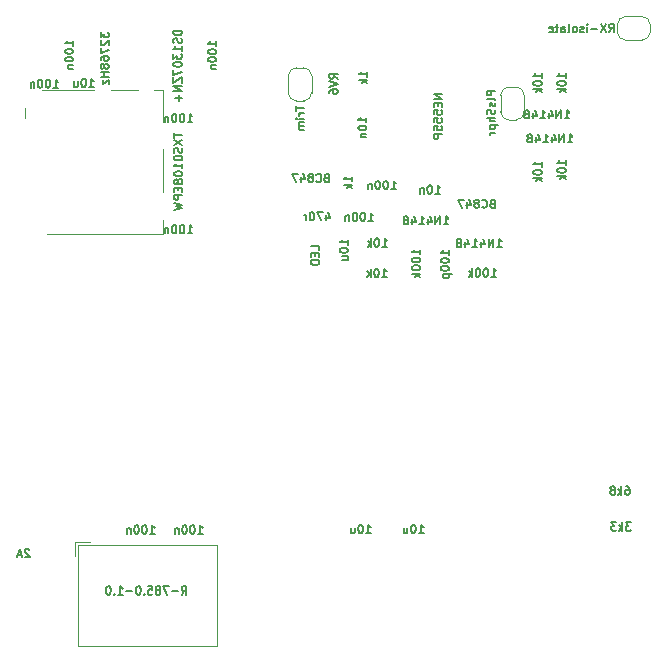
<source format=gbr>
%TF.GenerationSoftware,KiCad,Pcbnew,9.0.7-9.0.7~ubuntu24.04.1*%
%TF.CreationDate,2026-02-14T10:07:46+00:00*%
%TF.ProjectId,ArdynoMon,41726479-6e6f-44d6-9f6e-2e6b69636164,Rev 3.6*%
%TF.SameCoordinates,Original*%
%TF.FileFunction,Legend,Bot*%
%TF.FilePolarity,Positive*%
%FSLAX46Y46*%
G04 Gerber Fmt 4.6, Leading zero omitted, Abs format (unit mm)*
G04 Created by KiCad (PCBNEW 9.0.7-9.0.7~ubuntu24.04.1) date 2026-02-14 10:07:46*
%MOMM*%
%LPD*%
G01*
G04 APERTURE LIST*
%ADD10C,0.150000*%
%ADD11C,0.120000*%
G04 APERTURE END LIST*
D10*
X107374483Y-92843183D02*
X107374483Y-92443183D01*
X107374483Y-92643183D02*
X106674483Y-92643183D01*
X106674483Y-92643183D02*
X106774483Y-92576516D01*
X106774483Y-92576516D02*
X106841150Y-92509850D01*
X106841150Y-92509850D02*
X106874483Y-92443183D01*
X106674483Y-93276517D02*
X106674483Y-93343183D01*
X106674483Y-93343183D02*
X106707816Y-93409850D01*
X106707816Y-93409850D02*
X106741150Y-93443183D01*
X106741150Y-93443183D02*
X106807816Y-93476517D01*
X106807816Y-93476517D02*
X106941150Y-93509850D01*
X106941150Y-93509850D02*
X107107816Y-93509850D01*
X107107816Y-93509850D02*
X107241150Y-93476517D01*
X107241150Y-93476517D02*
X107307816Y-93443183D01*
X107307816Y-93443183D02*
X107341150Y-93409850D01*
X107341150Y-93409850D02*
X107374483Y-93343183D01*
X107374483Y-93343183D02*
X107374483Y-93276517D01*
X107374483Y-93276517D02*
X107341150Y-93209850D01*
X107341150Y-93209850D02*
X107307816Y-93176517D01*
X107307816Y-93176517D02*
X107241150Y-93143183D01*
X107241150Y-93143183D02*
X107107816Y-93109850D01*
X107107816Y-93109850D02*
X106941150Y-93109850D01*
X106941150Y-93109850D02*
X106807816Y-93143183D01*
X106807816Y-93143183D02*
X106741150Y-93176517D01*
X106741150Y-93176517D02*
X106707816Y-93209850D01*
X106707816Y-93209850D02*
X106674483Y-93276517D01*
X107374483Y-93809850D02*
X106674483Y-93809850D01*
X107107816Y-93876517D02*
X107374483Y-94076517D01*
X106907816Y-94076517D02*
X107174483Y-93809850D01*
X107288450Y-88915383D02*
X107688450Y-88915383D01*
X107488450Y-88915383D02*
X107488450Y-88215383D01*
X107488450Y-88215383D02*
X107555117Y-88315383D01*
X107555117Y-88315383D02*
X107621784Y-88382050D01*
X107621784Y-88382050D02*
X107688450Y-88415383D01*
X106988450Y-88915383D02*
X106988450Y-88215383D01*
X106988450Y-88215383D02*
X106588450Y-88915383D01*
X106588450Y-88915383D02*
X106588450Y-88215383D01*
X105955117Y-88448716D02*
X105955117Y-88915383D01*
X106121784Y-88182050D02*
X106288450Y-88682050D01*
X106288450Y-88682050D02*
X105855117Y-88682050D01*
X105221783Y-88915383D02*
X105621783Y-88915383D01*
X105421783Y-88915383D02*
X105421783Y-88215383D01*
X105421783Y-88215383D02*
X105488450Y-88315383D01*
X105488450Y-88315383D02*
X105555117Y-88382050D01*
X105555117Y-88382050D02*
X105621783Y-88415383D01*
X104621783Y-88448716D02*
X104621783Y-88915383D01*
X104788450Y-88182050D02*
X104955116Y-88682050D01*
X104955116Y-88682050D02*
X104521783Y-88682050D01*
X104155116Y-88515383D02*
X104221783Y-88482050D01*
X104221783Y-88482050D02*
X104255116Y-88448716D01*
X104255116Y-88448716D02*
X104288449Y-88382050D01*
X104288449Y-88382050D02*
X104288449Y-88348716D01*
X104288449Y-88348716D02*
X104255116Y-88282050D01*
X104255116Y-88282050D02*
X104221783Y-88248716D01*
X104221783Y-88248716D02*
X104155116Y-88215383D01*
X104155116Y-88215383D02*
X104021783Y-88215383D01*
X104021783Y-88215383D02*
X103955116Y-88248716D01*
X103955116Y-88248716D02*
X103921783Y-88282050D01*
X103921783Y-88282050D02*
X103888449Y-88348716D01*
X103888449Y-88348716D02*
X103888449Y-88382050D01*
X103888449Y-88382050D02*
X103921783Y-88448716D01*
X103921783Y-88448716D02*
X103955116Y-88482050D01*
X103955116Y-88482050D02*
X104021783Y-88515383D01*
X104021783Y-88515383D02*
X104155116Y-88515383D01*
X104155116Y-88515383D02*
X104221783Y-88548716D01*
X104221783Y-88548716D02*
X104255116Y-88582050D01*
X104255116Y-88582050D02*
X104288449Y-88648716D01*
X104288449Y-88648716D02*
X104288449Y-88782050D01*
X104288449Y-88782050D02*
X104255116Y-88848716D01*
X104255116Y-88848716D02*
X104221783Y-88882050D01*
X104221783Y-88882050D02*
X104155116Y-88915383D01*
X104155116Y-88915383D02*
X104021783Y-88915383D01*
X104021783Y-88915383D02*
X103955116Y-88882050D01*
X103955116Y-88882050D02*
X103921783Y-88848716D01*
X103921783Y-88848716D02*
X103888449Y-88782050D01*
X103888449Y-88782050D02*
X103888449Y-88648716D01*
X103888449Y-88648716D02*
X103921783Y-88582050D01*
X103921783Y-88582050D02*
X103955116Y-88548716D01*
X103955116Y-88548716D02*
X104021783Y-88515383D01*
X75357733Y-89216033D02*
X75757733Y-89216033D01*
X75557733Y-89216033D02*
X75557733Y-88516033D01*
X75557733Y-88516033D02*
X75624400Y-88616033D01*
X75624400Y-88616033D02*
X75691067Y-88682700D01*
X75691067Y-88682700D02*
X75757733Y-88716033D01*
X74924400Y-88516033D02*
X74857733Y-88516033D01*
X74857733Y-88516033D02*
X74791066Y-88549366D01*
X74791066Y-88549366D02*
X74757733Y-88582700D01*
X74757733Y-88582700D02*
X74724400Y-88649366D01*
X74724400Y-88649366D02*
X74691066Y-88782700D01*
X74691066Y-88782700D02*
X74691066Y-88949366D01*
X74691066Y-88949366D02*
X74724400Y-89082700D01*
X74724400Y-89082700D02*
X74757733Y-89149366D01*
X74757733Y-89149366D02*
X74791066Y-89182700D01*
X74791066Y-89182700D02*
X74857733Y-89216033D01*
X74857733Y-89216033D02*
X74924400Y-89216033D01*
X74924400Y-89216033D02*
X74991066Y-89182700D01*
X74991066Y-89182700D02*
X75024400Y-89149366D01*
X75024400Y-89149366D02*
X75057733Y-89082700D01*
X75057733Y-89082700D02*
X75091066Y-88949366D01*
X75091066Y-88949366D02*
X75091066Y-88782700D01*
X75091066Y-88782700D02*
X75057733Y-88649366D01*
X75057733Y-88649366D02*
X75024400Y-88582700D01*
X75024400Y-88582700D02*
X74991066Y-88549366D01*
X74991066Y-88549366D02*
X74924400Y-88516033D01*
X74257733Y-88516033D02*
X74191066Y-88516033D01*
X74191066Y-88516033D02*
X74124399Y-88549366D01*
X74124399Y-88549366D02*
X74091066Y-88582700D01*
X74091066Y-88582700D02*
X74057733Y-88649366D01*
X74057733Y-88649366D02*
X74024399Y-88782700D01*
X74024399Y-88782700D02*
X74024399Y-88949366D01*
X74024399Y-88949366D02*
X74057733Y-89082700D01*
X74057733Y-89082700D02*
X74091066Y-89149366D01*
X74091066Y-89149366D02*
X74124399Y-89182700D01*
X74124399Y-89182700D02*
X74191066Y-89216033D01*
X74191066Y-89216033D02*
X74257733Y-89216033D01*
X74257733Y-89216033D02*
X74324399Y-89182700D01*
X74324399Y-89182700D02*
X74357733Y-89149366D01*
X74357733Y-89149366D02*
X74391066Y-89082700D01*
X74391066Y-89082700D02*
X74424399Y-88949366D01*
X74424399Y-88949366D02*
X74424399Y-88782700D01*
X74424399Y-88782700D02*
X74391066Y-88649366D01*
X74391066Y-88649366D02*
X74357733Y-88582700D01*
X74357733Y-88582700D02*
X74324399Y-88549366D01*
X74324399Y-88549366D02*
X74257733Y-88516033D01*
X73724399Y-88749366D02*
X73724399Y-89216033D01*
X73724399Y-88816033D02*
X73691066Y-88782700D01*
X73691066Y-88782700D02*
X73624399Y-88749366D01*
X73624399Y-88749366D02*
X73524399Y-88749366D01*
X73524399Y-88749366D02*
X73457732Y-88782700D01*
X73457732Y-88782700D02*
X73424399Y-88849366D01*
X73424399Y-88849366D02*
X73424399Y-89216033D01*
X101168200Y-96117966D02*
X101068200Y-96151300D01*
X101068200Y-96151300D02*
X101034866Y-96184633D01*
X101034866Y-96184633D02*
X101001533Y-96251300D01*
X101001533Y-96251300D02*
X101001533Y-96351300D01*
X101001533Y-96351300D02*
X101034866Y-96417966D01*
X101034866Y-96417966D02*
X101068200Y-96451300D01*
X101068200Y-96451300D02*
X101134866Y-96484633D01*
X101134866Y-96484633D02*
X101401533Y-96484633D01*
X101401533Y-96484633D02*
X101401533Y-95784633D01*
X101401533Y-95784633D02*
X101168200Y-95784633D01*
X101168200Y-95784633D02*
X101101533Y-95817966D01*
X101101533Y-95817966D02*
X101068200Y-95851300D01*
X101068200Y-95851300D02*
X101034866Y-95917966D01*
X101034866Y-95917966D02*
X101034866Y-95984633D01*
X101034866Y-95984633D02*
X101068200Y-96051300D01*
X101068200Y-96051300D02*
X101101533Y-96084633D01*
X101101533Y-96084633D02*
X101168200Y-96117966D01*
X101168200Y-96117966D02*
X101401533Y-96117966D01*
X100301533Y-96417966D02*
X100334866Y-96451300D01*
X100334866Y-96451300D02*
X100434866Y-96484633D01*
X100434866Y-96484633D02*
X100501533Y-96484633D01*
X100501533Y-96484633D02*
X100601533Y-96451300D01*
X100601533Y-96451300D02*
X100668200Y-96384633D01*
X100668200Y-96384633D02*
X100701533Y-96317966D01*
X100701533Y-96317966D02*
X100734866Y-96184633D01*
X100734866Y-96184633D02*
X100734866Y-96084633D01*
X100734866Y-96084633D02*
X100701533Y-95951300D01*
X100701533Y-95951300D02*
X100668200Y-95884633D01*
X100668200Y-95884633D02*
X100601533Y-95817966D01*
X100601533Y-95817966D02*
X100501533Y-95784633D01*
X100501533Y-95784633D02*
X100434866Y-95784633D01*
X100434866Y-95784633D02*
X100334866Y-95817966D01*
X100334866Y-95817966D02*
X100301533Y-95851300D01*
X99901533Y-96084633D02*
X99968200Y-96051300D01*
X99968200Y-96051300D02*
X100001533Y-96017966D01*
X100001533Y-96017966D02*
X100034866Y-95951300D01*
X100034866Y-95951300D02*
X100034866Y-95917966D01*
X100034866Y-95917966D02*
X100001533Y-95851300D01*
X100001533Y-95851300D02*
X99968200Y-95817966D01*
X99968200Y-95817966D02*
X99901533Y-95784633D01*
X99901533Y-95784633D02*
X99768200Y-95784633D01*
X99768200Y-95784633D02*
X99701533Y-95817966D01*
X99701533Y-95817966D02*
X99668200Y-95851300D01*
X99668200Y-95851300D02*
X99634866Y-95917966D01*
X99634866Y-95917966D02*
X99634866Y-95951300D01*
X99634866Y-95951300D02*
X99668200Y-96017966D01*
X99668200Y-96017966D02*
X99701533Y-96051300D01*
X99701533Y-96051300D02*
X99768200Y-96084633D01*
X99768200Y-96084633D02*
X99901533Y-96084633D01*
X99901533Y-96084633D02*
X99968200Y-96117966D01*
X99968200Y-96117966D02*
X100001533Y-96151300D01*
X100001533Y-96151300D02*
X100034866Y-96217966D01*
X100034866Y-96217966D02*
X100034866Y-96351300D01*
X100034866Y-96351300D02*
X100001533Y-96417966D01*
X100001533Y-96417966D02*
X99968200Y-96451300D01*
X99968200Y-96451300D02*
X99901533Y-96484633D01*
X99901533Y-96484633D02*
X99768200Y-96484633D01*
X99768200Y-96484633D02*
X99701533Y-96451300D01*
X99701533Y-96451300D02*
X99668200Y-96417966D01*
X99668200Y-96417966D02*
X99634866Y-96351300D01*
X99634866Y-96351300D02*
X99634866Y-96217966D01*
X99634866Y-96217966D02*
X99668200Y-96151300D01*
X99668200Y-96151300D02*
X99701533Y-96117966D01*
X99701533Y-96117966D02*
X99768200Y-96084633D01*
X99034866Y-96017966D02*
X99034866Y-96484633D01*
X99201533Y-95751300D02*
X99368199Y-96251300D01*
X99368199Y-96251300D02*
X98934866Y-96251300D01*
X98734866Y-95784633D02*
X98268199Y-95784633D01*
X98268199Y-95784633D02*
X98568199Y-96484633D01*
X101545300Y-99817033D02*
X101945300Y-99817033D01*
X101745300Y-99817033D02*
X101745300Y-99117033D01*
X101745300Y-99117033D02*
X101811967Y-99217033D01*
X101811967Y-99217033D02*
X101878634Y-99283700D01*
X101878634Y-99283700D02*
X101945300Y-99317033D01*
X101245300Y-99817033D02*
X101245300Y-99117033D01*
X101245300Y-99117033D02*
X100845300Y-99817033D01*
X100845300Y-99817033D02*
X100845300Y-99117033D01*
X100211967Y-99350366D02*
X100211967Y-99817033D01*
X100378634Y-99083700D02*
X100545300Y-99583700D01*
X100545300Y-99583700D02*
X100111967Y-99583700D01*
X99478633Y-99817033D02*
X99878633Y-99817033D01*
X99678633Y-99817033D02*
X99678633Y-99117033D01*
X99678633Y-99117033D02*
X99745300Y-99217033D01*
X99745300Y-99217033D02*
X99811967Y-99283700D01*
X99811967Y-99283700D02*
X99878633Y-99317033D01*
X98878633Y-99350366D02*
X98878633Y-99817033D01*
X99045300Y-99083700D02*
X99211966Y-99583700D01*
X99211966Y-99583700D02*
X98778633Y-99583700D01*
X98411966Y-99417033D02*
X98478633Y-99383700D01*
X98478633Y-99383700D02*
X98511966Y-99350366D01*
X98511966Y-99350366D02*
X98545299Y-99283700D01*
X98545299Y-99283700D02*
X98545299Y-99250366D01*
X98545299Y-99250366D02*
X98511966Y-99183700D01*
X98511966Y-99183700D02*
X98478633Y-99150366D01*
X98478633Y-99150366D02*
X98411966Y-99117033D01*
X98411966Y-99117033D02*
X98278633Y-99117033D01*
X98278633Y-99117033D02*
X98211966Y-99150366D01*
X98211966Y-99150366D02*
X98178633Y-99183700D01*
X98178633Y-99183700D02*
X98145299Y-99250366D01*
X98145299Y-99250366D02*
X98145299Y-99283700D01*
X98145299Y-99283700D02*
X98178633Y-99350366D01*
X98178633Y-99350366D02*
X98211966Y-99383700D01*
X98211966Y-99383700D02*
X98278633Y-99417033D01*
X98278633Y-99417033D02*
X98411966Y-99417033D01*
X98411966Y-99417033D02*
X98478633Y-99450366D01*
X98478633Y-99450366D02*
X98511966Y-99483700D01*
X98511966Y-99483700D02*
X98545299Y-99550366D01*
X98545299Y-99550366D02*
X98545299Y-99683700D01*
X98545299Y-99683700D02*
X98511966Y-99750366D01*
X98511966Y-99750366D02*
X98478633Y-99783700D01*
X98478633Y-99783700D02*
X98411966Y-99817033D01*
X98411966Y-99817033D02*
X98278633Y-99817033D01*
X98278633Y-99817033D02*
X98211966Y-99783700D01*
X98211966Y-99783700D02*
X98178633Y-99750366D01*
X98178633Y-99750366D02*
X98145299Y-99683700D01*
X98145299Y-99683700D02*
X98145299Y-99550366D01*
X98145299Y-99550366D02*
X98178633Y-99483700D01*
X98178633Y-99483700D02*
X98211966Y-99450366D01*
X98211966Y-99450366D02*
X98278633Y-99417033D01*
X77786033Y-82782666D02*
X77786033Y-82382666D01*
X77786033Y-82582666D02*
X77086033Y-82582666D01*
X77086033Y-82582666D02*
X77186033Y-82515999D01*
X77186033Y-82515999D02*
X77252700Y-82449333D01*
X77252700Y-82449333D02*
X77286033Y-82382666D01*
X77086033Y-83216000D02*
X77086033Y-83282666D01*
X77086033Y-83282666D02*
X77119366Y-83349333D01*
X77119366Y-83349333D02*
X77152700Y-83382666D01*
X77152700Y-83382666D02*
X77219366Y-83416000D01*
X77219366Y-83416000D02*
X77352700Y-83449333D01*
X77352700Y-83449333D02*
X77519366Y-83449333D01*
X77519366Y-83449333D02*
X77652700Y-83416000D01*
X77652700Y-83416000D02*
X77719366Y-83382666D01*
X77719366Y-83382666D02*
X77752700Y-83349333D01*
X77752700Y-83349333D02*
X77786033Y-83282666D01*
X77786033Y-83282666D02*
X77786033Y-83216000D01*
X77786033Y-83216000D02*
X77752700Y-83149333D01*
X77752700Y-83149333D02*
X77719366Y-83116000D01*
X77719366Y-83116000D02*
X77652700Y-83082666D01*
X77652700Y-83082666D02*
X77519366Y-83049333D01*
X77519366Y-83049333D02*
X77352700Y-83049333D01*
X77352700Y-83049333D02*
X77219366Y-83082666D01*
X77219366Y-83082666D02*
X77152700Y-83116000D01*
X77152700Y-83116000D02*
X77119366Y-83149333D01*
X77119366Y-83149333D02*
X77086033Y-83216000D01*
X77086033Y-83882667D02*
X77086033Y-83949333D01*
X77086033Y-83949333D02*
X77119366Y-84016000D01*
X77119366Y-84016000D02*
X77152700Y-84049333D01*
X77152700Y-84049333D02*
X77219366Y-84082667D01*
X77219366Y-84082667D02*
X77352700Y-84116000D01*
X77352700Y-84116000D02*
X77519366Y-84116000D01*
X77519366Y-84116000D02*
X77652700Y-84082667D01*
X77652700Y-84082667D02*
X77719366Y-84049333D01*
X77719366Y-84049333D02*
X77752700Y-84016000D01*
X77752700Y-84016000D02*
X77786033Y-83949333D01*
X77786033Y-83949333D02*
X77786033Y-83882667D01*
X77786033Y-83882667D02*
X77752700Y-83816000D01*
X77752700Y-83816000D02*
X77719366Y-83782667D01*
X77719366Y-83782667D02*
X77652700Y-83749333D01*
X77652700Y-83749333D02*
X77519366Y-83716000D01*
X77519366Y-83716000D02*
X77352700Y-83716000D01*
X77352700Y-83716000D02*
X77219366Y-83749333D01*
X77219366Y-83749333D02*
X77152700Y-83782667D01*
X77152700Y-83782667D02*
X77119366Y-83816000D01*
X77119366Y-83816000D02*
X77086033Y-83882667D01*
X77319366Y-84416000D02*
X77786033Y-84416000D01*
X77386033Y-84416000D02*
X77352700Y-84449334D01*
X77352700Y-84449334D02*
X77319366Y-84516000D01*
X77319366Y-84516000D02*
X77319366Y-84616000D01*
X77319366Y-84616000D02*
X77352700Y-84682667D01*
X77352700Y-84682667D02*
X77419366Y-84716000D01*
X77419366Y-84716000D02*
X77786033Y-84716000D01*
X61967999Y-125412700D02*
X61934666Y-125379366D01*
X61934666Y-125379366D02*
X61867999Y-125346033D01*
X61867999Y-125346033D02*
X61701333Y-125346033D01*
X61701333Y-125346033D02*
X61634666Y-125379366D01*
X61634666Y-125379366D02*
X61601333Y-125412700D01*
X61601333Y-125412700D02*
X61567999Y-125479366D01*
X61567999Y-125479366D02*
X61567999Y-125546033D01*
X61567999Y-125546033D02*
X61601333Y-125646033D01*
X61601333Y-125646033D02*
X62001333Y-126046033D01*
X62001333Y-126046033D02*
X61567999Y-126046033D01*
X61301332Y-125846033D02*
X60967999Y-125846033D01*
X61367999Y-126046033D02*
X61134666Y-125346033D01*
X61134666Y-125346033D02*
X60901332Y-126046033D01*
X65682633Y-82751866D02*
X65682633Y-82351866D01*
X65682633Y-82551866D02*
X64982633Y-82551866D01*
X64982633Y-82551866D02*
X65082633Y-82485199D01*
X65082633Y-82485199D02*
X65149300Y-82418533D01*
X65149300Y-82418533D02*
X65182633Y-82351866D01*
X64982633Y-83185200D02*
X64982633Y-83251866D01*
X64982633Y-83251866D02*
X65015966Y-83318533D01*
X65015966Y-83318533D02*
X65049300Y-83351866D01*
X65049300Y-83351866D02*
X65115966Y-83385200D01*
X65115966Y-83385200D02*
X65249300Y-83418533D01*
X65249300Y-83418533D02*
X65415966Y-83418533D01*
X65415966Y-83418533D02*
X65549300Y-83385200D01*
X65549300Y-83385200D02*
X65615966Y-83351866D01*
X65615966Y-83351866D02*
X65649300Y-83318533D01*
X65649300Y-83318533D02*
X65682633Y-83251866D01*
X65682633Y-83251866D02*
X65682633Y-83185200D01*
X65682633Y-83185200D02*
X65649300Y-83118533D01*
X65649300Y-83118533D02*
X65615966Y-83085200D01*
X65615966Y-83085200D02*
X65549300Y-83051866D01*
X65549300Y-83051866D02*
X65415966Y-83018533D01*
X65415966Y-83018533D02*
X65249300Y-83018533D01*
X65249300Y-83018533D02*
X65115966Y-83051866D01*
X65115966Y-83051866D02*
X65049300Y-83085200D01*
X65049300Y-83085200D02*
X65015966Y-83118533D01*
X65015966Y-83118533D02*
X64982633Y-83185200D01*
X64982633Y-83851867D02*
X64982633Y-83918533D01*
X64982633Y-83918533D02*
X65015966Y-83985200D01*
X65015966Y-83985200D02*
X65049300Y-84018533D01*
X65049300Y-84018533D02*
X65115966Y-84051867D01*
X65115966Y-84051867D02*
X65249300Y-84085200D01*
X65249300Y-84085200D02*
X65415966Y-84085200D01*
X65415966Y-84085200D02*
X65549300Y-84051867D01*
X65549300Y-84051867D02*
X65615966Y-84018533D01*
X65615966Y-84018533D02*
X65649300Y-83985200D01*
X65649300Y-83985200D02*
X65682633Y-83918533D01*
X65682633Y-83918533D02*
X65682633Y-83851867D01*
X65682633Y-83851867D02*
X65649300Y-83785200D01*
X65649300Y-83785200D02*
X65615966Y-83751867D01*
X65615966Y-83751867D02*
X65549300Y-83718533D01*
X65549300Y-83718533D02*
X65415966Y-83685200D01*
X65415966Y-83685200D02*
X65249300Y-83685200D01*
X65249300Y-83685200D02*
X65115966Y-83718533D01*
X65115966Y-83718533D02*
X65049300Y-83751867D01*
X65049300Y-83751867D02*
X65015966Y-83785200D01*
X65015966Y-83785200D02*
X64982633Y-83851867D01*
X65215966Y-84385200D02*
X65682633Y-84385200D01*
X65282633Y-84385200D02*
X65249300Y-84418534D01*
X65249300Y-84418534D02*
X65215966Y-84485200D01*
X65215966Y-84485200D02*
X65215966Y-84585200D01*
X65215966Y-84585200D02*
X65249300Y-84651867D01*
X65249300Y-84651867D02*
X65315966Y-84685200D01*
X65315966Y-84685200D02*
X65682633Y-84685200D01*
X96906933Y-86864733D02*
X96206933Y-86864733D01*
X96206933Y-86864733D02*
X96906933Y-87264733D01*
X96906933Y-87264733D02*
X96206933Y-87264733D01*
X96540266Y-87598066D02*
X96540266Y-87831400D01*
X96906933Y-87931400D02*
X96906933Y-87598066D01*
X96906933Y-87598066D02*
X96206933Y-87598066D01*
X96206933Y-87598066D02*
X96206933Y-87931400D01*
X96206933Y-88564733D02*
X96206933Y-88231399D01*
X96206933Y-88231399D02*
X96540266Y-88198066D01*
X96540266Y-88198066D02*
X96506933Y-88231399D01*
X96506933Y-88231399D02*
X96473600Y-88298066D01*
X96473600Y-88298066D02*
X96473600Y-88464733D01*
X96473600Y-88464733D02*
X96506933Y-88531399D01*
X96506933Y-88531399D02*
X96540266Y-88564733D01*
X96540266Y-88564733D02*
X96606933Y-88598066D01*
X96606933Y-88598066D02*
X96773600Y-88598066D01*
X96773600Y-88598066D02*
X96840266Y-88564733D01*
X96840266Y-88564733D02*
X96873600Y-88531399D01*
X96873600Y-88531399D02*
X96906933Y-88464733D01*
X96906933Y-88464733D02*
X96906933Y-88298066D01*
X96906933Y-88298066D02*
X96873600Y-88231399D01*
X96873600Y-88231399D02*
X96840266Y-88198066D01*
X96206933Y-89231400D02*
X96206933Y-88898066D01*
X96206933Y-88898066D02*
X96540266Y-88864733D01*
X96540266Y-88864733D02*
X96506933Y-88898066D01*
X96506933Y-88898066D02*
X96473600Y-88964733D01*
X96473600Y-88964733D02*
X96473600Y-89131400D01*
X96473600Y-89131400D02*
X96506933Y-89198066D01*
X96506933Y-89198066D02*
X96540266Y-89231400D01*
X96540266Y-89231400D02*
X96606933Y-89264733D01*
X96606933Y-89264733D02*
X96773600Y-89264733D01*
X96773600Y-89264733D02*
X96840266Y-89231400D01*
X96840266Y-89231400D02*
X96873600Y-89198066D01*
X96873600Y-89198066D02*
X96906933Y-89131400D01*
X96906933Y-89131400D02*
X96906933Y-88964733D01*
X96906933Y-88964733D02*
X96873600Y-88898066D01*
X96873600Y-88898066D02*
X96840266Y-88864733D01*
X96206933Y-89898067D02*
X96206933Y-89564733D01*
X96206933Y-89564733D02*
X96540266Y-89531400D01*
X96540266Y-89531400D02*
X96506933Y-89564733D01*
X96506933Y-89564733D02*
X96473600Y-89631400D01*
X96473600Y-89631400D02*
X96473600Y-89798067D01*
X96473600Y-89798067D02*
X96506933Y-89864733D01*
X96506933Y-89864733D02*
X96540266Y-89898067D01*
X96540266Y-89898067D02*
X96606933Y-89931400D01*
X96606933Y-89931400D02*
X96773600Y-89931400D01*
X96773600Y-89931400D02*
X96840266Y-89898067D01*
X96840266Y-89898067D02*
X96873600Y-89864733D01*
X96873600Y-89864733D02*
X96906933Y-89798067D01*
X96906933Y-89798067D02*
X96906933Y-89631400D01*
X96906933Y-89631400D02*
X96873600Y-89564733D01*
X96873600Y-89564733D02*
X96840266Y-89531400D01*
X96906933Y-90231400D02*
X96206933Y-90231400D01*
X96206933Y-90231400D02*
X96206933Y-90498067D01*
X96206933Y-90498067D02*
X96240266Y-90564734D01*
X96240266Y-90564734D02*
X96273600Y-90598067D01*
X96273600Y-90598067D02*
X96340266Y-90631400D01*
X96340266Y-90631400D02*
X96440266Y-90631400D01*
X96440266Y-90631400D02*
X96506933Y-90598067D01*
X96506933Y-90598067D02*
X96540266Y-90564734D01*
X96540266Y-90564734D02*
X96573600Y-90498067D01*
X96573600Y-90498067D02*
X96573600Y-90231400D01*
X91851366Y-99766233D02*
X92251366Y-99766233D01*
X92051366Y-99766233D02*
X92051366Y-99066233D01*
X92051366Y-99066233D02*
X92118033Y-99166233D01*
X92118033Y-99166233D02*
X92184700Y-99232900D01*
X92184700Y-99232900D02*
X92251366Y-99266233D01*
X91418033Y-99066233D02*
X91351366Y-99066233D01*
X91351366Y-99066233D02*
X91284699Y-99099566D01*
X91284699Y-99099566D02*
X91251366Y-99132900D01*
X91251366Y-99132900D02*
X91218033Y-99199566D01*
X91218033Y-99199566D02*
X91184699Y-99332900D01*
X91184699Y-99332900D02*
X91184699Y-99499566D01*
X91184699Y-99499566D02*
X91218033Y-99632900D01*
X91218033Y-99632900D02*
X91251366Y-99699566D01*
X91251366Y-99699566D02*
X91284699Y-99732900D01*
X91284699Y-99732900D02*
X91351366Y-99766233D01*
X91351366Y-99766233D02*
X91418033Y-99766233D01*
X91418033Y-99766233D02*
X91484699Y-99732900D01*
X91484699Y-99732900D02*
X91518033Y-99699566D01*
X91518033Y-99699566D02*
X91551366Y-99632900D01*
X91551366Y-99632900D02*
X91584699Y-99499566D01*
X91584699Y-99499566D02*
X91584699Y-99332900D01*
X91584699Y-99332900D02*
X91551366Y-99199566D01*
X91551366Y-99199566D02*
X91518033Y-99132900D01*
X91518033Y-99132900D02*
X91484699Y-99099566D01*
X91484699Y-99099566D02*
X91418033Y-99066233D01*
X90884699Y-99766233D02*
X90884699Y-99066233D01*
X90818032Y-99499566D02*
X90618032Y-99766233D01*
X90618032Y-99299566D02*
X90884699Y-99566233D01*
X89312333Y-94236066D02*
X89312333Y-93836066D01*
X89312333Y-94036066D02*
X88612333Y-94036066D01*
X88612333Y-94036066D02*
X88712333Y-93969399D01*
X88712333Y-93969399D02*
X88779000Y-93902733D01*
X88779000Y-93902733D02*
X88812333Y-93836066D01*
X89312333Y-94536066D02*
X88612333Y-94536066D01*
X89045666Y-94602733D02*
X89312333Y-94802733D01*
X88845666Y-94802733D02*
X89112333Y-94536066D01*
X74865033Y-81471665D02*
X74165033Y-81471665D01*
X74165033Y-81471665D02*
X74165033Y-81638332D01*
X74165033Y-81638332D02*
X74198366Y-81738332D01*
X74198366Y-81738332D02*
X74265033Y-81804999D01*
X74265033Y-81804999D02*
X74331700Y-81838332D01*
X74331700Y-81838332D02*
X74465033Y-81871665D01*
X74465033Y-81871665D02*
X74565033Y-81871665D01*
X74565033Y-81871665D02*
X74698366Y-81838332D01*
X74698366Y-81838332D02*
X74765033Y-81804999D01*
X74765033Y-81804999D02*
X74831700Y-81738332D01*
X74831700Y-81738332D02*
X74865033Y-81638332D01*
X74865033Y-81638332D02*
X74865033Y-81471665D01*
X74831700Y-82138332D02*
X74865033Y-82238332D01*
X74865033Y-82238332D02*
X74865033Y-82404999D01*
X74865033Y-82404999D02*
X74831700Y-82471665D01*
X74831700Y-82471665D02*
X74798366Y-82504999D01*
X74798366Y-82504999D02*
X74731700Y-82538332D01*
X74731700Y-82538332D02*
X74665033Y-82538332D01*
X74665033Y-82538332D02*
X74598366Y-82504999D01*
X74598366Y-82504999D02*
X74565033Y-82471665D01*
X74565033Y-82471665D02*
X74531700Y-82404999D01*
X74531700Y-82404999D02*
X74498366Y-82271665D01*
X74498366Y-82271665D02*
X74465033Y-82204999D01*
X74465033Y-82204999D02*
X74431700Y-82171665D01*
X74431700Y-82171665D02*
X74365033Y-82138332D01*
X74365033Y-82138332D02*
X74298366Y-82138332D01*
X74298366Y-82138332D02*
X74231700Y-82171665D01*
X74231700Y-82171665D02*
X74198366Y-82204999D01*
X74198366Y-82204999D02*
X74165033Y-82271665D01*
X74165033Y-82271665D02*
X74165033Y-82438332D01*
X74165033Y-82438332D02*
X74198366Y-82538332D01*
X74865033Y-83204999D02*
X74865033Y-82804999D01*
X74865033Y-83004999D02*
X74165033Y-83004999D01*
X74165033Y-83004999D02*
X74265033Y-82938332D01*
X74265033Y-82938332D02*
X74331700Y-82871666D01*
X74331700Y-82871666D02*
X74365033Y-82804999D01*
X74165033Y-83438333D02*
X74165033Y-83871666D01*
X74165033Y-83871666D02*
X74431700Y-83638333D01*
X74431700Y-83638333D02*
X74431700Y-83738333D01*
X74431700Y-83738333D02*
X74465033Y-83804999D01*
X74465033Y-83804999D02*
X74498366Y-83838333D01*
X74498366Y-83838333D02*
X74565033Y-83871666D01*
X74565033Y-83871666D02*
X74731700Y-83871666D01*
X74731700Y-83871666D02*
X74798366Y-83838333D01*
X74798366Y-83838333D02*
X74831700Y-83804999D01*
X74831700Y-83804999D02*
X74865033Y-83738333D01*
X74865033Y-83738333D02*
X74865033Y-83538333D01*
X74865033Y-83538333D02*
X74831700Y-83471666D01*
X74831700Y-83471666D02*
X74798366Y-83438333D01*
X74165033Y-84305000D02*
X74165033Y-84371666D01*
X74165033Y-84371666D02*
X74198366Y-84438333D01*
X74198366Y-84438333D02*
X74231700Y-84471666D01*
X74231700Y-84471666D02*
X74298366Y-84505000D01*
X74298366Y-84505000D02*
X74431700Y-84538333D01*
X74431700Y-84538333D02*
X74598366Y-84538333D01*
X74598366Y-84538333D02*
X74731700Y-84505000D01*
X74731700Y-84505000D02*
X74798366Y-84471666D01*
X74798366Y-84471666D02*
X74831700Y-84438333D01*
X74831700Y-84438333D02*
X74865033Y-84371666D01*
X74865033Y-84371666D02*
X74865033Y-84305000D01*
X74865033Y-84305000D02*
X74831700Y-84238333D01*
X74831700Y-84238333D02*
X74798366Y-84205000D01*
X74798366Y-84205000D02*
X74731700Y-84171666D01*
X74731700Y-84171666D02*
X74598366Y-84138333D01*
X74598366Y-84138333D02*
X74431700Y-84138333D01*
X74431700Y-84138333D02*
X74298366Y-84171666D01*
X74298366Y-84171666D02*
X74231700Y-84205000D01*
X74231700Y-84205000D02*
X74198366Y-84238333D01*
X74198366Y-84238333D02*
X74165033Y-84305000D01*
X74165033Y-84771667D02*
X74165033Y-85238333D01*
X74165033Y-85238333D02*
X74865033Y-84938333D01*
X74165033Y-85438334D02*
X74165033Y-85905000D01*
X74165033Y-85905000D02*
X74865033Y-85438334D01*
X74865033Y-85438334D02*
X74865033Y-85905000D01*
X74865033Y-86171667D02*
X74165033Y-86171667D01*
X74165033Y-86171667D02*
X74865033Y-86571667D01*
X74865033Y-86571667D02*
X74165033Y-86571667D01*
X74598366Y-86905000D02*
X74598366Y-87438334D01*
X74865033Y-87171667D02*
X74331700Y-87171667D01*
X92604333Y-94890833D02*
X93004333Y-94890833D01*
X92804333Y-94890833D02*
X92804333Y-94190833D01*
X92804333Y-94190833D02*
X92871000Y-94290833D01*
X92871000Y-94290833D02*
X92937667Y-94357500D01*
X92937667Y-94357500D02*
X93004333Y-94390833D01*
X92171000Y-94190833D02*
X92104333Y-94190833D01*
X92104333Y-94190833D02*
X92037666Y-94224166D01*
X92037666Y-94224166D02*
X92004333Y-94257500D01*
X92004333Y-94257500D02*
X91971000Y-94324166D01*
X91971000Y-94324166D02*
X91937666Y-94457500D01*
X91937666Y-94457500D02*
X91937666Y-94624166D01*
X91937666Y-94624166D02*
X91971000Y-94757500D01*
X91971000Y-94757500D02*
X92004333Y-94824166D01*
X92004333Y-94824166D02*
X92037666Y-94857500D01*
X92037666Y-94857500D02*
X92104333Y-94890833D01*
X92104333Y-94890833D02*
X92171000Y-94890833D01*
X92171000Y-94890833D02*
X92237666Y-94857500D01*
X92237666Y-94857500D02*
X92271000Y-94824166D01*
X92271000Y-94824166D02*
X92304333Y-94757500D01*
X92304333Y-94757500D02*
X92337666Y-94624166D01*
X92337666Y-94624166D02*
X92337666Y-94457500D01*
X92337666Y-94457500D02*
X92304333Y-94324166D01*
X92304333Y-94324166D02*
X92271000Y-94257500D01*
X92271000Y-94257500D02*
X92237666Y-94224166D01*
X92237666Y-94224166D02*
X92171000Y-94190833D01*
X91504333Y-94190833D02*
X91437666Y-94190833D01*
X91437666Y-94190833D02*
X91370999Y-94224166D01*
X91370999Y-94224166D02*
X91337666Y-94257500D01*
X91337666Y-94257500D02*
X91304333Y-94324166D01*
X91304333Y-94324166D02*
X91270999Y-94457500D01*
X91270999Y-94457500D02*
X91270999Y-94624166D01*
X91270999Y-94624166D02*
X91304333Y-94757500D01*
X91304333Y-94757500D02*
X91337666Y-94824166D01*
X91337666Y-94824166D02*
X91370999Y-94857500D01*
X91370999Y-94857500D02*
X91437666Y-94890833D01*
X91437666Y-94890833D02*
X91504333Y-94890833D01*
X91504333Y-94890833D02*
X91570999Y-94857500D01*
X91570999Y-94857500D02*
X91604333Y-94824166D01*
X91604333Y-94824166D02*
X91637666Y-94757500D01*
X91637666Y-94757500D02*
X91670999Y-94624166D01*
X91670999Y-94624166D02*
X91670999Y-94457500D01*
X91670999Y-94457500D02*
X91637666Y-94324166D01*
X91637666Y-94324166D02*
X91604333Y-94257500D01*
X91604333Y-94257500D02*
X91570999Y-94224166D01*
X91570999Y-94224166D02*
X91504333Y-94190833D01*
X90970999Y-94424166D02*
X90970999Y-94890833D01*
X90970999Y-94490833D02*
X90937666Y-94457500D01*
X90937666Y-94457500D02*
X90870999Y-94424166D01*
X90870999Y-94424166D02*
X90770999Y-94424166D01*
X90770999Y-94424166D02*
X90704332Y-94457500D01*
X90704332Y-94457500D02*
X90670999Y-94524166D01*
X90670999Y-94524166D02*
X90670999Y-94890833D01*
X87087000Y-97069966D02*
X87087000Y-97536633D01*
X87253667Y-96803300D02*
X87420333Y-97303300D01*
X87420333Y-97303300D02*
X86987000Y-97303300D01*
X86787000Y-96836633D02*
X86320333Y-96836633D01*
X86320333Y-96836633D02*
X86620333Y-97536633D01*
X85920333Y-96836633D02*
X85853666Y-96836633D01*
X85853666Y-96836633D02*
X85786999Y-96869966D01*
X85786999Y-96869966D02*
X85753666Y-96903300D01*
X85753666Y-96903300D02*
X85720333Y-96969966D01*
X85720333Y-96969966D02*
X85686999Y-97103300D01*
X85686999Y-97103300D02*
X85686999Y-97269966D01*
X85686999Y-97269966D02*
X85720333Y-97403300D01*
X85720333Y-97403300D02*
X85753666Y-97469966D01*
X85753666Y-97469966D02*
X85786999Y-97503300D01*
X85786999Y-97503300D02*
X85853666Y-97536633D01*
X85853666Y-97536633D02*
X85920333Y-97536633D01*
X85920333Y-97536633D02*
X85986999Y-97503300D01*
X85986999Y-97503300D02*
X86020333Y-97469966D01*
X86020333Y-97469966D02*
X86053666Y-97403300D01*
X86053666Y-97403300D02*
X86086999Y-97269966D01*
X86086999Y-97269966D02*
X86086999Y-97103300D01*
X86086999Y-97103300D02*
X86053666Y-96969966D01*
X86053666Y-96969966D02*
X86020333Y-96903300D01*
X86020333Y-96903300D02*
X85986999Y-96869966D01*
X85986999Y-96869966D02*
X85920333Y-96836633D01*
X85386999Y-97536633D02*
X85386999Y-97069966D01*
X85386999Y-97203300D02*
X85353666Y-97136633D01*
X85353666Y-97136633D02*
X85320332Y-97103300D01*
X85320332Y-97103300D02*
X85253666Y-97069966D01*
X85253666Y-97069966D02*
X85186999Y-97069966D01*
X76236333Y-124074033D02*
X76636333Y-124074033D01*
X76436333Y-124074033D02*
X76436333Y-123374033D01*
X76436333Y-123374033D02*
X76503000Y-123474033D01*
X76503000Y-123474033D02*
X76569667Y-123540700D01*
X76569667Y-123540700D02*
X76636333Y-123574033D01*
X75803000Y-123374033D02*
X75736333Y-123374033D01*
X75736333Y-123374033D02*
X75669666Y-123407366D01*
X75669666Y-123407366D02*
X75636333Y-123440700D01*
X75636333Y-123440700D02*
X75603000Y-123507366D01*
X75603000Y-123507366D02*
X75569666Y-123640700D01*
X75569666Y-123640700D02*
X75569666Y-123807366D01*
X75569666Y-123807366D02*
X75603000Y-123940700D01*
X75603000Y-123940700D02*
X75636333Y-124007366D01*
X75636333Y-124007366D02*
X75669666Y-124040700D01*
X75669666Y-124040700D02*
X75736333Y-124074033D01*
X75736333Y-124074033D02*
X75803000Y-124074033D01*
X75803000Y-124074033D02*
X75869666Y-124040700D01*
X75869666Y-124040700D02*
X75903000Y-124007366D01*
X75903000Y-124007366D02*
X75936333Y-123940700D01*
X75936333Y-123940700D02*
X75969666Y-123807366D01*
X75969666Y-123807366D02*
X75969666Y-123640700D01*
X75969666Y-123640700D02*
X75936333Y-123507366D01*
X75936333Y-123507366D02*
X75903000Y-123440700D01*
X75903000Y-123440700D02*
X75869666Y-123407366D01*
X75869666Y-123407366D02*
X75803000Y-123374033D01*
X75136333Y-123374033D02*
X75069666Y-123374033D01*
X75069666Y-123374033D02*
X75002999Y-123407366D01*
X75002999Y-123407366D02*
X74969666Y-123440700D01*
X74969666Y-123440700D02*
X74936333Y-123507366D01*
X74936333Y-123507366D02*
X74902999Y-123640700D01*
X74902999Y-123640700D02*
X74902999Y-123807366D01*
X74902999Y-123807366D02*
X74936333Y-123940700D01*
X74936333Y-123940700D02*
X74969666Y-124007366D01*
X74969666Y-124007366D02*
X75002999Y-124040700D01*
X75002999Y-124040700D02*
X75069666Y-124074033D01*
X75069666Y-124074033D02*
X75136333Y-124074033D01*
X75136333Y-124074033D02*
X75202999Y-124040700D01*
X75202999Y-124040700D02*
X75236333Y-124007366D01*
X75236333Y-124007366D02*
X75269666Y-123940700D01*
X75269666Y-123940700D02*
X75302999Y-123807366D01*
X75302999Y-123807366D02*
X75302999Y-123640700D01*
X75302999Y-123640700D02*
X75269666Y-123507366D01*
X75269666Y-123507366D02*
X75236333Y-123440700D01*
X75236333Y-123440700D02*
X75202999Y-123407366D01*
X75202999Y-123407366D02*
X75136333Y-123374033D01*
X74602999Y-123607366D02*
X74602999Y-124074033D01*
X74602999Y-123674033D02*
X74569666Y-123640700D01*
X74569666Y-123640700D02*
X74502999Y-123607366D01*
X74502999Y-123607366D02*
X74402999Y-123607366D01*
X74402999Y-123607366D02*
X74336332Y-123640700D01*
X74336332Y-123640700D02*
X74302999Y-123707366D01*
X74302999Y-123707366D02*
X74302999Y-124074033D01*
X75357733Y-98639433D02*
X75757733Y-98639433D01*
X75557733Y-98639433D02*
X75557733Y-97939433D01*
X75557733Y-97939433D02*
X75624400Y-98039433D01*
X75624400Y-98039433D02*
X75691067Y-98106100D01*
X75691067Y-98106100D02*
X75757733Y-98139433D01*
X74924400Y-97939433D02*
X74857733Y-97939433D01*
X74857733Y-97939433D02*
X74791066Y-97972766D01*
X74791066Y-97972766D02*
X74757733Y-98006100D01*
X74757733Y-98006100D02*
X74724400Y-98072766D01*
X74724400Y-98072766D02*
X74691066Y-98206100D01*
X74691066Y-98206100D02*
X74691066Y-98372766D01*
X74691066Y-98372766D02*
X74724400Y-98506100D01*
X74724400Y-98506100D02*
X74757733Y-98572766D01*
X74757733Y-98572766D02*
X74791066Y-98606100D01*
X74791066Y-98606100D02*
X74857733Y-98639433D01*
X74857733Y-98639433D02*
X74924400Y-98639433D01*
X74924400Y-98639433D02*
X74991066Y-98606100D01*
X74991066Y-98606100D02*
X75024400Y-98572766D01*
X75024400Y-98572766D02*
X75057733Y-98506100D01*
X75057733Y-98506100D02*
X75091066Y-98372766D01*
X75091066Y-98372766D02*
X75091066Y-98206100D01*
X75091066Y-98206100D02*
X75057733Y-98072766D01*
X75057733Y-98072766D02*
X75024400Y-98006100D01*
X75024400Y-98006100D02*
X74991066Y-97972766D01*
X74991066Y-97972766D02*
X74924400Y-97939433D01*
X74257733Y-97939433D02*
X74191066Y-97939433D01*
X74191066Y-97939433D02*
X74124399Y-97972766D01*
X74124399Y-97972766D02*
X74091066Y-98006100D01*
X74091066Y-98006100D02*
X74057733Y-98072766D01*
X74057733Y-98072766D02*
X74024399Y-98206100D01*
X74024399Y-98206100D02*
X74024399Y-98372766D01*
X74024399Y-98372766D02*
X74057733Y-98506100D01*
X74057733Y-98506100D02*
X74091066Y-98572766D01*
X74091066Y-98572766D02*
X74124399Y-98606100D01*
X74124399Y-98606100D02*
X74191066Y-98639433D01*
X74191066Y-98639433D02*
X74257733Y-98639433D01*
X74257733Y-98639433D02*
X74324399Y-98606100D01*
X74324399Y-98606100D02*
X74357733Y-98572766D01*
X74357733Y-98572766D02*
X74391066Y-98506100D01*
X74391066Y-98506100D02*
X74424399Y-98372766D01*
X74424399Y-98372766D02*
X74424399Y-98206100D01*
X74424399Y-98206100D02*
X74391066Y-98072766D01*
X74391066Y-98072766D02*
X74357733Y-98006100D01*
X74357733Y-98006100D02*
X74324399Y-97972766D01*
X74324399Y-97972766D02*
X74257733Y-97939433D01*
X73724399Y-98172766D02*
X73724399Y-98639433D01*
X73724399Y-98239433D02*
X73691066Y-98206100D01*
X73691066Y-98206100D02*
X73624399Y-98172766D01*
X73624399Y-98172766D02*
X73524399Y-98172766D01*
X73524399Y-98172766D02*
X73457732Y-98206100D01*
X73457732Y-98206100D02*
X73424399Y-98272766D01*
X73424399Y-98272766D02*
X73424399Y-98639433D01*
X96329699Y-95270433D02*
X96729699Y-95270433D01*
X96529699Y-95270433D02*
X96529699Y-94570433D01*
X96529699Y-94570433D02*
X96596366Y-94670433D01*
X96596366Y-94670433D02*
X96663033Y-94737100D01*
X96663033Y-94737100D02*
X96729699Y-94770433D01*
X95896366Y-94570433D02*
X95829699Y-94570433D01*
X95829699Y-94570433D02*
X95763032Y-94603766D01*
X95763032Y-94603766D02*
X95729699Y-94637100D01*
X95729699Y-94637100D02*
X95696366Y-94703766D01*
X95696366Y-94703766D02*
X95663032Y-94837100D01*
X95663032Y-94837100D02*
X95663032Y-95003766D01*
X95663032Y-95003766D02*
X95696366Y-95137100D01*
X95696366Y-95137100D02*
X95729699Y-95203766D01*
X95729699Y-95203766D02*
X95763032Y-95237100D01*
X95763032Y-95237100D02*
X95829699Y-95270433D01*
X95829699Y-95270433D02*
X95896366Y-95270433D01*
X95896366Y-95270433D02*
X95963032Y-95237100D01*
X95963032Y-95237100D02*
X95996366Y-95203766D01*
X95996366Y-95203766D02*
X96029699Y-95137100D01*
X96029699Y-95137100D02*
X96063032Y-95003766D01*
X96063032Y-95003766D02*
X96063032Y-94837100D01*
X96063032Y-94837100D02*
X96029699Y-94703766D01*
X96029699Y-94703766D02*
X95996366Y-94637100D01*
X95996366Y-94637100D02*
X95963032Y-94603766D01*
X95963032Y-94603766D02*
X95896366Y-94570433D01*
X95363032Y-94803766D02*
X95363032Y-95270433D01*
X95363032Y-94870433D02*
X95329699Y-94837100D01*
X95329699Y-94837100D02*
X95263032Y-94803766D01*
X95263032Y-94803766D02*
X95163032Y-94803766D01*
X95163032Y-94803766D02*
X95096365Y-94837100D01*
X95096365Y-94837100D02*
X95063032Y-94903766D01*
X95063032Y-94903766D02*
X95063032Y-95270433D01*
X107542450Y-90947383D02*
X107942450Y-90947383D01*
X107742450Y-90947383D02*
X107742450Y-90247383D01*
X107742450Y-90247383D02*
X107809117Y-90347383D01*
X107809117Y-90347383D02*
X107875784Y-90414050D01*
X107875784Y-90414050D02*
X107942450Y-90447383D01*
X107242450Y-90947383D02*
X107242450Y-90247383D01*
X107242450Y-90247383D02*
X106842450Y-90947383D01*
X106842450Y-90947383D02*
X106842450Y-90247383D01*
X106209117Y-90480716D02*
X106209117Y-90947383D01*
X106375784Y-90214050D02*
X106542450Y-90714050D01*
X106542450Y-90714050D02*
X106109117Y-90714050D01*
X105475783Y-90947383D02*
X105875783Y-90947383D01*
X105675783Y-90947383D02*
X105675783Y-90247383D01*
X105675783Y-90247383D02*
X105742450Y-90347383D01*
X105742450Y-90347383D02*
X105809117Y-90414050D01*
X105809117Y-90414050D02*
X105875783Y-90447383D01*
X104875783Y-90480716D02*
X104875783Y-90947383D01*
X105042450Y-90214050D02*
X105209116Y-90714050D01*
X105209116Y-90714050D02*
X104775783Y-90714050D01*
X104409116Y-90547383D02*
X104475783Y-90514050D01*
X104475783Y-90514050D02*
X104509116Y-90480716D01*
X104509116Y-90480716D02*
X104542449Y-90414050D01*
X104542449Y-90414050D02*
X104542449Y-90380716D01*
X104542449Y-90380716D02*
X104509116Y-90314050D01*
X104509116Y-90314050D02*
X104475783Y-90280716D01*
X104475783Y-90280716D02*
X104409116Y-90247383D01*
X104409116Y-90247383D02*
X104275783Y-90247383D01*
X104275783Y-90247383D02*
X104209116Y-90280716D01*
X104209116Y-90280716D02*
X104175783Y-90314050D01*
X104175783Y-90314050D02*
X104142449Y-90380716D01*
X104142449Y-90380716D02*
X104142449Y-90414050D01*
X104142449Y-90414050D02*
X104175783Y-90480716D01*
X104175783Y-90480716D02*
X104209116Y-90514050D01*
X104209116Y-90514050D02*
X104275783Y-90547383D01*
X104275783Y-90547383D02*
X104409116Y-90547383D01*
X104409116Y-90547383D02*
X104475783Y-90580716D01*
X104475783Y-90580716D02*
X104509116Y-90614050D01*
X104509116Y-90614050D02*
X104542449Y-90680716D01*
X104542449Y-90680716D02*
X104542449Y-90814050D01*
X104542449Y-90814050D02*
X104509116Y-90880716D01*
X104509116Y-90880716D02*
X104475783Y-90914050D01*
X104475783Y-90914050D02*
X104409116Y-90947383D01*
X104409116Y-90947383D02*
X104275783Y-90947383D01*
X104275783Y-90947383D02*
X104209116Y-90914050D01*
X104209116Y-90914050D02*
X104175783Y-90880716D01*
X104175783Y-90880716D02*
X104142449Y-90814050D01*
X104142449Y-90814050D02*
X104142449Y-90680716D01*
X104142449Y-90680716D02*
X104175783Y-90614050D01*
X104175783Y-90614050D02*
X104209116Y-90580716D01*
X104209116Y-90580716D02*
X104275783Y-90547383D01*
X105342483Y-85478183D02*
X105342483Y-85078183D01*
X105342483Y-85278183D02*
X104642483Y-85278183D01*
X104642483Y-85278183D02*
X104742483Y-85211516D01*
X104742483Y-85211516D02*
X104809150Y-85144850D01*
X104809150Y-85144850D02*
X104842483Y-85078183D01*
X104642483Y-85911517D02*
X104642483Y-85978183D01*
X104642483Y-85978183D02*
X104675816Y-86044850D01*
X104675816Y-86044850D02*
X104709150Y-86078183D01*
X104709150Y-86078183D02*
X104775816Y-86111517D01*
X104775816Y-86111517D02*
X104909150Y-86144850D01*
X104909150Y-86144850D02*
X105075816Y-86144850D01*
X105075816Y-86144850D02*
X105209150Y-86111517D01*
X105209150Y-86111517D02*
X105275816Y-86078183D01*
X105275816Y-86078183D02*
X105309150Y-86044850D01*
X105309150Y-86044850D02*
X105342483Y-85978183D01*
X105342483Y-85978183D02*
X105342483Y-85911517D01*
X105342483Y-85911517D02*
X105309150Y-85844850D01*
X105309150Y-85844850D02*
X105275816Y-85811517D01*
X105275816Y-85811517D02*
X105209150Y-85778183D01*
X105209150Y-85778183D02*
X105075816Y-85744850D01*
X105075816Y-85744850D02*
X104909150Y-85744850D01*
X104909150Y-85744850D02*
X104775816Y-85778183D01*
X104775816Y-85778183D02*
X104709150Y-85811517D01*
X104709150Y-85811517D02*
X104675816Y-85844850D01*
X104675816Y-85844850D02*
X104642483Y-85911517D01*
X105342483Y-86444850D02*
X104642483Y-86444850D01*
X105075816Y-86511517D02*
X105342483Y-86711517D01*
X104875816Y-86711517D02*
X105142483Y-86444850D01*
X74218433Y-90132932D02*
X74218433Y-90532932D01*
X74918433Y-90332932D02*
X74218433Y-90332932D01*
X74218433Y-90699599D02*
X74918433Y-91166265D01*
X74218433Y-91166265D02*
X74918433Y-90699599D01*
X74885100Y-91399599D02*
X74918433Y-91499599D01*
X74918433Y-91499599D02*
X74918433Y-91666266D01*
X74918433Y-91666266D02*
X74885100Y-91732932D01*
X74885100Y-91732932D02*
X74851766Y-91766266D01*
X74851766Y-91766266D02*
X74785100Y-91799599D01*
X74785100Y-91799599D02*
X74718433Y-91799599D01*
X74718433Y-91799599D02*
X74651766Y-91766266D01*
X74651766Y-91766266D02*
X74618433Y-91732932D01*
X74618433Y-91732932D02*
X74585100Y-91666266D01*
X74585100Y-91666266D02*
X74551766Y-91532932D01*
X74551766Y-91532932D02*
X74518433Y-91466266D01*
X74518433Y-91466266D02*
X74485100Y-91432932D01*
X74485100Y-91432932D02*
X74418433Y-91399599D01*
X74418433Y-91399599D02*
X74351766Y-91399599D01*
X74351766Y-91399599D02*
X74285100Y-91432932D01*
X74285100Y-91432932D02*
X74251766Y-91466266D01*
X74251766Y-91466266D02*
X74218433Y-91532932D01*
X74218433Y-91532932D02*
X74218433Y-91699599D01*
X74218433Y-91699599D02*
X74251766Y-91799599D01*
X74218433Y-92232933D02*
X74218433Y-92299599D01*
X74218433Y-92299599D02*
X74251766Y-92366266D01*
X74251766Y-92366266D02*
X74285100Y-92399599D01*
X74285100Y-92399599D02*
X74351766Y-92432933D01*
X74351766Y-92432933D02*
X74485100Y-92466266D01*
X74485100Y-92466266D02*
X74651766Y-92466266D01*
X74651766Y-92466266D02*
X74785100Y-92432933D01*
X74785100Y-92432933D02*
X74851766Y-92399599D01*
X74851766Y-92399599D02*
X74885100Y-92366266D01*
X74885100Y-92366266D02*
X74918433Y-92299599D01*
X74918433Y-92299599D02*
X74918433Y-92232933D01*
X74918433Y-92232933D02*
X74885100Y-92166266D01*
X74885100Y-92166266D02*
X74851766Y-92132933D01*
X74851766Y-92132933D02*
X74785100Y-92099599D01*
X74785100Y-92099599D02*
X74651766Y-92066266D01*
X74651766Y-92066266D02*
X74485100Y-92066266D01*
X74485100Y-92066266D02*
X74351766Y-92099599D01*
X74351766Y-92099599D02*
X74285100Y-92132933D01*
X74285100Y-92132933D02*
X74251766Y-92166266D01*
X74251766Y-92166266D02*
X74218433Y-92232933D01*
X74918433Y-93132933D02*
X74918433Y-92732933D01*
X74918433Y-92932933D02*
X74218433Y-92932933D01*
X74218433Y-92932933D02*
X74318433Y-92866266D01*
X74318433Y-92866266D02*
X74385100Y-92799600D01*
X74385100Y-92799600D02*
X74418433Y-92732933D01*
X74218433Y-93566267D02*
X74218433Y-93632933D01*
X74218433Y-93632933D02*
X74251766Y-93699600D01*
X74251766Y-93699600D02*
X74285100Y-93732933D01*
X74285100Y-93732933D02*
X74351766Y-93766267D01*
X74351766Y-93766267D02*
X74485100Y-93799600D01*
X74485100Y-93799600D02*
X74651766Y-93799600D01*
X74651766Y-93799600D02*
X74785100Y-93766267D01*
X74785100Y-93766267D02*
X74851766Y-93732933D01*
X74851766Y-93732933D02*
X74885100Y-93699600D01*
X74885100Y-93699600D02*
X74918433Y-93632933D01*
X74918433Y-93632933D02*
X74918433Y-93566267D01*
X74918433Y-93566267D02*
X74885100Y-93499600D01*
X74885100Y-93499600D02*
X74851766Y-93466267D01*
X74851766Y-93466267D02*
X74785100Y-93432933D01*
X74785100Y-93432933D02*
X74651766Y-93399600D01*
X74651766Y-93399600D02*
X74485100Y-93399600D01*
X74485100Y-93399600D02*
X74351766Y-93432933D01*
X74351766Y-93432933D02*
X74285100Y-93466267D01*
X74285100Y-93466267D02*
X74251766Y-93499600D01*
X74251766Y-93499600D02*
X74218433Y-93566267D01*
X74518433Y-94199600D02*
X74485100Y-94132934D01*
X74485100Y-94132934D02*
X74451766Y-94099600D01*
X74451766Y-94099600D02*
X74385100Y-94066267D01*
X74385100Y-94066267D02*
X74351766Y-94066267D01*
X74351766Y-94066267D02*
X74285100Y-94099600D01*
X74285100Y-94099600D02*
X74251766Y-94132934D01*
X74251766Y-94132934D02*
X74218433Y-94199600D01*
X74218433Y-94199600D02*
X74218433Y-94332934D01*
X74218433Y-94332934D02*
X74251766Y-94399600D01*
X74251766Y-94399600D02*
X74285100Y-94432934D01*
X74285100Y-94432934D02*
X74351766Y-94466267D01*
X74351766Y-94466267D02*
X74385100Y-94466267D01*
X74385100Y-94466267D02*
X74451766Y-94432934D01*
X74451766Y-94432934D02*
X74485100Y-94399600D01*
X74485100Y-94399600D02*
X74518433Y-94332934D01*
X74518433Y-94332934D02*
X74518433Y-94199600D01*
X74518433Y-94199600D02*
X74551766Y-94132934D01*
X74551766Y-94132934D02*
X74585100Y-94099600D01*
X74585100Y-94099600D02*
X74651766Y-94066267D01*
X74651766Y-94066267D02*
X74785100Y-94066267D01*
X74785100Y-94066267D02*
X74851766Y-94099600D01*
X74851766Y-94099600D02*
X74885100Y-94132934D01*
X74885100Y-94132934D02*
X74918433Y-94199600D01*
X74918433Y-94199600D02*
X74918433Y-94332934D01*
X74918433Y-94332934D02*
X74885100Y-94399600D01*
X74885100Y-94399600D02*
X74851766Y-94432934D01*
X74851766Y-94432934D02*
X74785100Y-94466267D01*
X74785100Y-94466267D02*
X74651766Y-94466267D01*
X74651766Y-94466267D02*
X74585100Y-94432934D01*
X74585100Y-94432934D02*
X74551766Y-94399600D01*
X74551766Y-94399600D02*
X74518433Y-94332934D01*
X74551766Y-94766267D02*
X74551766Y-94999601D01*
X74918433Y-95099601D02*
X74918433Y-94766267D01*
X74918433Y-94766267D02*
X74218433Y-94766267D01*
X74218433Y-94766267D02*
X74218433Y-95099601D01*
X74918433Y-95399600D02*
X74218433Y-95399600D01*
X74218433Y-95399600D02*
X74218433Y-95666267D01*
X74218433Y-95666267D02*
X74251766Y-95732934D01*
X74251766Y-95732934D02*
X74285100Y-95766267D01*
X74285100Y-95766267D02*
X74351766Y-95799600D01*
X74351766Y-95799600D02*
X74451766Y-95799600D01*
X74451766Y-95799600D02*
X74518433Y-95766267D01*
X74518433Y-95766267D02*
X74551766Y-95732934D01*
X74551766Y-95732934D02*
X74585100Y-95666267D01*
X74585100Y-95666267D02*
X74585100Y-95399600D01*
X74218433Y-96032934D02*
X74918433Y-96199600D01*
X74918433Y-96199600D02*
X74418433Y-96332934D01*
X74418433Y-96332934D02*
X74918433Y-96466267D01*
X74918433Y-96466267D02*
X74218433Y-96632934D01*
X97491133Y-100470266D02*
X97491133Y-100070266D01*
X97491133Y-100270266D02*
X96791133Y-100270266D01*
X96791133Y-100270266D02*
X96891133Y-100203599D01*
X96891133Y-100203599D02*
X96957800Y-100136933D01*
X96957800Y-100136933D02*
X96991133Y-100070266D01*
X96791133Y-100903600D02*
X96791133Y-100970266D01*
X96791133Y-100970266D02*
X96824466Y-101036933D01*
X96824466Y-101036933D02*
X96857800Y-101070266D01*
X96857800Y-101070266D02*
X96924466Y-101103600D01*
X96924466Y-101103600D02*
X97057800Y-101136933D01*
X97057800Y-101136933D02*
X97224466Y-101136933D01*
X97224466Y-101136933D02*
X97357800Y-101103600D01*
X97357800Y-101103600D02*
X97424466Y-101070266D01*
X97424466Y-101070266D02*
X97457800Y-101036933D01*
X97457800Y-101036933D02*
X97491133Y-100970266D01*
X97491133Y-100970266D02*
X97491133Y-100903600D01*
X97491133Y-100903600D02*
X97457800Y-100836933D01*
X97457800Y-100836933D02*
X97424466Y-100803600D01*
X97424466Y-100803600D02*
X97357800Y-100770266D01*
X97357800Y-100770266D02*
X97224466Y-100736933D01*
X97224466Y-100736933D02*
X97057800Y-100736933D01*
X97057800Y-100736933D02*
X96924466Y-100770266D01*
X96924466Y-100770266D02*
X96857800Y-100803600D01*
X96857800Y-100803600D02*
X96824466Y-100836933D01*
X96824466Y-100836933D02*
X96791133Y-100903600D01*
X96791133Y-101570267D02*
X96791133Y-101636933D01*
X96791133Y-101636933D02*
X96824466Y-101703600D01*
X96824466Y-101703600D02*
X96857800Y-101736933D01*
X96857800Y-101736933D02*
X96924466Y-101770267D01*
X96924466Y-101770267D02*
X97057800Y-101803600D01*
X97057800Y-101803600D02*
X97224466Y-101803600D01*
X97224466Y-101803600D02*
X97357800Y-101770267D01*
X97357800Y-101770267D02*
X97424466Y-101736933D01*
X97424466Y-101736933D02*
X97457800Y-101703600D01*
X97457800Y-101703600D02*
X97491133Y-101636933D01*
X97491133Y-101636933D02*
X97491133Y-101570267D01*
X97491133Y-101570267D02*
X97457800Y-101503600D01*
X97457800Y-101503600D02*
X97424466Y-101470267D01*
X97424466Y-101470267D02*
X97357800Y-101436933D01*
X97357800Y-101436933D02*
X97224466Y-101403600D01*
X97224466Y-101403600D02*
X97057800Y-101403600D01*
X97057800Y-101403600D02*
X96924466Y-101436933D01*
X96924466Y-101436933D02*
X96857800Y-101470267D01*
X96857800Y-101470267D02*
X96824466Y-101503600D01*
X96824466Y-101503600D02*
X96791133Y-101570267D01*
X97024466Y-102103600D02*
X97724466Y-102103600D01*
X97057800Y-102103600D02*
X97024466Y-102170267D01*
X97024466Y-102170267D02*
X97024466Y-102303600D01*
X97024466Y-102303600D02*
X97057800Y-102370267D01*
X97057800Y-102370267D02*
X97091133Y-102403600D01*
X97091133Y-102403600D02*
X97157800Y-102436934D01*
X97157800Y-102436934D02*
X97357800Y-102436934D01*
X97357800Y-102436934D02*
X97424466Y-102403600D01*
X97424466Y-102403600D02*
X97457800Y-102370267D01*
X97457800Y-102370267D02*
X97491133Y-102303600D01*
X97491133Y-102303600D02*
X97491133Y-102170267D01*
X97491133Y-102170267D02*
X97457800Y-102103600D01*
X90666233Y-97587433D02*
X91066233Y-97587433D01*
X90866233Y-97587433D02*
X90866233Y-96887433D01*
X90866233Y-96887433D02*
X90932900Y-96987433D01*
X90932900Y-96987433D02*
X90999567Y-97054100D01*
X90999567Y-97054100D02*
X91066233Y-97087433D01*
X90232900Y-96887433D02*
X90166233Y-96887433D01*
X90166233Y-96887433D02*
X90099566Y-96920766D01*
X90099566Y-96920766D02*
X90066233Y-96954100D01*
X90066233Y-96954100D02*
X90032900Y-97020766D01*
X90032900Y-97020766D02*
X89999566Y-97154100D01*
X89999566Y-97154100D02*
X89999566Y-97320766D01*
X89999566Y-97320766D02*
X90032900Y-97454100D01*
X90032900Y-97454100D02*
X90066233Y-97520766D01*
X90066233Y-97520766D02*
X90099566Y-97554100D01*
X90099566Y-97554100D02*
X90166233Y-97587433D01*
X90166233Y-97587433D02*
X90232900Y-97587433D01*
X90232900Y-97587433D02*
X90299566Y-97554100D01*
X90299566Y-97554100D02*
X90332900Y-97520766D01*
X90332900Y-97520766D02*
X90366233Y-97454100D01*
X90366233Y-97454100D02*
X90399566Y-97320766D01*
X90399566Y-97320766D02*
X90399566Y-97154100D01*
X90399566Y-97154100D02*
X90366233Y-97020766D01*
X90366233Y-97020766D02*
X90332900Y-96954100D01*
X90332900Y-96954100D02*
X90299566Y-96920766D01*
X90299566Y-96920766D02*
X90232900Y-96887433D01*
X89566233Y-96887433D02*
X89499566Y-96887433D01*
X89499566Y-96887433D02*
X89432899Y-96920766D01*
X89432899Y-96920766D02*
X89399566Y-96954100D01*
X89399566Y-96954100D02*
X89366233Y-97020766D01*
X89366233Y-97020766D02*
X89332899Y-97154100D01*
X89332899Y-97154100D02*
X89332899Y-97320766D01*
X89332899Y-97320766D02*
X89366233Y-97454100D01*
X89366233Y-97454100D02*
X89399566Y-97520766D01*
X89399566Y-97520766D02*
X89432899Y-97554100D01*
X89432899Y-97554100D02*
X89499566Y-97587433D01*
X89499566Y-97587433D02*
X89566233Y-97587433D01*
X89566233Y-97587433D02*
X89632899Y-97554100D01*
X89632899Y-97554100D02*
X89666233Y-97520766D01*
X89666233Y-97520766D02*
X89699566Y-97454100D01*
X89699566Y-97454100D02*
X89732899Y-97320766D01*
X89732899Y-97320766D02*
X89732899Y-97154100D01*
X89732899Y-97154100D02*
X89699566Y-97020766D01*
X89699566Y-97020766D02*
X89666233Y-96954100D01*
X89666233Y-96954100D02*
X89632899Y-96920766D01*
X89632899Y-96920766D02*
X89566233Y-96887433D01*
X89032899Y-97120766D02*
X89032899Y-97587433D01*
X89032899Y-97187433D02*
X88999566Y-97154100D01*
X88999566Y-97154100D02*
X88932899Y-97120766D01*
X88932899Y-97120766D02*
X88832899Y-97120766D01*
X88832899Y-97120766D02*
X88766232Y-97154100D01*
X88766232Y-97154100D02*
X88732899Y-97220766D01*
X88732899Y-97220766D02*
X88732899Y-97587433D01*
X88939033Y-99596300D02*
X88939033Y-99196300D01*
X88939033Y-99396300D02*
X88239033Y-99396300D01*
X88239033Y-99396300D02*
X88339033Y-99329633D01*
X88339033Y-99329633D02*
X88405700Y-99262967D01*
X88405700Y-99262967D02*
X88439033Y-99196300D01*
X88239033Y-100029634D02*
X88239033Y-100096300D01*
X88239033Y-100096300D02*
X88272366Y-100162967D01*
X88272366Y-100162967D02*
X88305700Y-100196300D01*
X88305700Y-100196300D02*
X88372366Y-100229634D01*
X88372366Y-100229634D02*
X88505700Y-100262967D01*
X88505700Y-100262967D02*
X88672366Y-100262967D01*
X88672366Y-100262967D02*
X88805700Y-100229634D01*
X88805700Y-100229634D02*
X88872366Y-100196300D01*
X88872366Y-100196300D02*
X88905700Y-100162967D01*
X88905700Y-100162967D02*
X88939033Y-100096300D01*
X88939033Y-100096300D02*
X88939033Y-100029634D01*
X88939033Y-100029634D02*
X88905700Y-99962967D01*
X88905700Y-99962967D02*
X88872366Y-99929634D01*
X88872366Y-99929634D02*
X88805700Y-99896300D01*
X88805700Y-99896300D02*
X88672366Y-99862967D01*
X88672366Y-99862967D02*
X88505700Y-99862967D01*
X88505700Y-99862967D02*
X88372366Y-99896300D01*
X88372366Y-99896300D02*
X88305700Y-99929634D01*
X88305700Y-99929634D02*
X88272366Y-99962967D01*
X88272366Y-99962967D02*
X88239033Y-100029634D01*
X88472366Y-100862967D02*
X88939033Y-100862967D01*
X88472366Y-100562967D02*
X88839033Y-100562967D01*
X88839033Y-100562967D02*
X88905700Y-100596301D01*
X88905700Y-100596301D02*
X88939033Y-100662967D01*
X88939033Y-100662967D02*
X88939033Y-100762967D01*
X88939033Y-100762967D02*
X88905700Y-100829634D01*
X88905700Y-100829634D02*
X88872366Y-100862967D01*
X94937999Y-124014033D02*
X95337999Y-124014033D01*
X95137999Y-124014033D02*
X95137999Y-123314033D01*
X95137999Y-123314033D02*
X95204666Y-123414033D01*
X95204666Y-123414033D02*
X95271333Y-123480700D01*
X95271333Y-123480700D02*
X95337999Y-123514033D01*
X94504666Y-123314033D02*
X94437999Y-123314033D01*
X94437999Y-123314033D02*
X94371332Y-123347366D01*
X94371332Y-123347366D02*
X94337999Y-123380700D01*
X94337999Y-123380700D02*
X94304666Y-123447366D01*
X94304666Y-123447366D02*
X94271332Y-123580700D01*
X94271332Y-123580700D02*
X94271332Y-123747366D01*
X94271332Y-123747366D02*
X94304666Y-123880700D01*
X94304666Y-123880700D02*
X94337999Y-123947366D01*
X94337999Y-123947366D02*
X94371332Y-123980700D01*
X94371332Y-123980700D02*
X94437999Y-124014033D01*
X94437999Y-124014033D02*
X94504666Y-124014033D01*
X94504666Y-124014033D02*
X94571332Y-123980700D01*
X94571332Y-123980700D02*
X94604666Y-123947366D01*
X94604666Y-123947366D02*
X94637999Y-123880700D01*
X94637999Y-123880700D02*
X94671332Y-123747366D01*
X94671332Y-123747366D02*
X94671332Y-123580700D01*
X94671332Y-123580700D02*
X94637999Y-123447366D01*
X94637999Y-123447366D02*
X94604666Y-123380700D01*
X94604666Y-123380700D02*
X94571332Y-123347366D01*
X94571332Y-123347366D02*
X94504666Y-123314033D01*
X93671332Y-123547366D02*
X93671332Y-124014033D01*
X93971332Y-123547366D02*
X93971332Y-123914033D01*
X93971332Y-123914033D02*
X93937999Y-123980700D01*
X93937999Y-123980700D02*
X93871332Y-124014033D01*
X93871332Y-124014033D02*
X93771332Y-124014033D01*
X93771332Y-124014033D02*
X93704665Y-123980700D01*
X93704665Y-123980700D02*
X93671332Y-123947366D01*
X72172333Y-124074033D02*
X72572333Y-124074033D01*
X72372333Y-124074033D02*
X72372333Y-123374033D01*
X72372333Y-123374033D02*
X72439000Y-123474033D01*
X72439000Y-123474033D02*
X72505667Y-123540700D01*
X72505667Y-123540700D02*
X72572333Y-123574033D01*
X71739000Y-123374033D02*
X71672333Y-123374033D01*
X71672333Y-123374033D02*
X71605666Y-123407366D01*
X71605666Y-123407366D02*
X71572333Y-123440700D01*
X71572333Y-123440700D02*
X71539000Y-123507366D01*
X71539000Y-123507366D02*
X71505666Y-123640700D01*
X71505666Y-123640700D02*
X71505666Y-123807366D01*
X71505666Y-123807366D02*
X71539000Y-123940700D01*
X71539000Y-123940700D02*
X71572333Y-124007366D01*
X71572333Y-124007366D02*
X71605666Y-124040700D01*
X71605666Y-124040700D02*
X71672333Y-124074033D01*
X71672333Y-124074033D02*
X71739000Y-124074033D01*
X71739000Y-124074033D02*
X71805666Y-124040700D01*
X71805666Y-124040700D02*
X71839000Y-124007366D01*
X71839000Y-124007366D02*
X71872333Y-123940700D01*
X71872333Y-123940700D02*
X71905666Y-123807366D01*
X71905666Y-123807366D02*
X71905666Y-123640700D01*
X71905666Y-123640700D02*
X71872333Y-123507366D01*
X71872333Y-123507366D02*
X71839000Y-123440700D01*
X71839000Y-123440700D02*
X71805666Y-123407366D01*
X71805666Y-123407366D02*
X71739000Y-123374033D01*
X71072333Y-123374033D02*
X71005666Y-123374033D01*
X71005666Y-123374033D02*
X70938999Y-123407366D01*
X70938999Y-123407366D02*
X70905666Y-123440700D01*
X70905666Y-123440700D02*
X70872333Y-123507366D01*
X70872333Y-123507366D02*
X70838999Y-123640700D01*
X70838999Y-123640700D02*
X70838999Y-123807366D01*
X70838999Y-123807366D02*
X70872333Y-123940700D01*
X70872333Y-123940700D02*
X70905666Y-124007366D01*
X70905666Y-124007366D02*
X70938999Y-124040700D01*
X70938999Y-124040700D02*
X71005666Y-124074033D01*
X71005666Y-124074033D02*
X71072333Y-124074033D01*
X71072333Y-124074033D02*
X71138999Y-124040700D01*
X71138999Y-124040700D02*
X71172333Y-124007366D01*
X71172333Y-124007366D02*
X71205666Y-123940700D01*
X71205666Y-123940700D02*
X71238999Y-123807366D01*
X71238999Y-123807366D02*
X71238999Y-123640700D01*
X71238999Y-123640700D02*
X71205666Y-123507366D01*
X71205666Y-123507366D02*
X71172333Y-123440700D01*
X71172333Y-123440700D02*
X71138999Y-123407366D01*
X71138999Y-123407366D02*
X71072333Y-123374033D01*
X70538999Y-123607366D02*
X70538999Y-124074033D01*
X70538999Y-123674033D02*
X70505666Y-123640700D01*
X70505666Y-123640700D02*
X70438999Y-123607366D01*
X70438999Y-123607366D02*
X70338999Y-123607366D01*
X70338999Y-123607366D02*
X70272332Y-123640700D01*
X70272332Y-123640700D02*
X70238999Y-123707366D01*
X70238999Y-123707366D02*
X70238999Y-124074033D01*
X90506133Y-89246600D02*
X90506133Y-88846600D01*
X90506133Y-89046600D02*
X89806133Y-89046600D01*
X89806133Y-89046600D02*
X89906133Y-88979933D01*
X89906133Y-88979933D02*
X89972800Y-88913267D01*
X89972800Y-88913267D02*
X90006133Y-88846600D01*
X89806133Y-89679934D02*
X89806133Y-89746600D01*
X89806133Y-89746600D02*
X89839466Y-89813267D01*
X89839466Y-89813267D02*
X89872800Y-89846600D01*
X89872800Y-89846600D02*
X89939466Y-89879934D01*
X89939466Y-89879934D02*
X90072800Y-89913267D01*
X90072800Y-89913267D02*
X90239466Y-89913267D01*
X90239466Y-89913267D02*
X90372800Y-89879934D01*
X90372800Y-89879934D02*
X90439466Y-89846600D01*
X90439466Y-89846600D02*
X90472800Y-89813267D01*
X90472800Y-89813267D02*
X90506133Y-89746600D01*
X90506133Y-89746600D02*
X90506133Y-89679934D01*
X90506133Y-89679934D02*
X90472800Y-89613267D01*
X90472800Y-89613267D02*
X90439466Y-89579934D01*
X90439466Y-89579934D02*
X90372800Y-89546600D01*
X90372800Y-89546600D02*
X90239466Y-89513267D01*
X90239466Y-89513267D02*
X90072800Y-89513267D01*
X90072800Y-89513267D02*
X89939466Y-89546600D01*
X89939466Y-89546600D02*
X89872800Y-89579934D01*
X89872800Y-89579934D02*
X89839466Y-89613267D01*
X89839466Y-89613267D02*
X89806133Y-89679934D01*
X90039466Y-90213267D02*
X90506133Y-90213267D01*
X90106133Y-90213267D02*
X90072800Y-90246601D01*
X90072800Y-90246601D02*
X90039466Y-90313267D01*
X90039466Y-90313267D02*
X90039466Y-90413267D01*
X90039466Y-90413267D02*
X90072800Y-90479934D01*
X90072800Y-90479934D02*
X90139466Y-90513267D01*
X90139466Y-90513267D02*
X90506133Y-90513267D01*
X112462333Y-120072033D02*
X112595666Y-120072033D01*
X112595666Y-120072033D02*
X112662333Y-120105366D01*
X112662333Y-120105366D02*
X112695666Y-120138700D01*
X112695666Y-120138700D02*
X112762333Y-120238700D01*
X112762333Y-120238700D02*
X112795666Y-120372033D01*
X112795666Y-120372033D02*
X112795666Y-120638700D01*
X112795666Y-120638700D02*
X112762333Y-120705366D01*
X112762333Y-120705366D02*
X112729000Y-120738700D01*
X112729000Y-120738700D02*
X112662333Y-120772033D01*
X112662333Y-120772033D02*
X112529000Y-120772033D01*
X112529000Y-120772033D02*
X112462333Y-120738700D01*
X112462333Y-120738700D02*
X112429000Y-120705366D01*
X112429000Y-120705366D02*
X112395666Y-120638700D01*
X112395666Y-120638700D02*
X112395666Y-120472033D01*
X112395666Y-120472033D02*
X112429000Y-120405366D01*
X112429000Y-120405366D02*
X112462333Y-120372033D01*
X112462333Y-120372033D02*
X112529000Y-120338700D01*
X112529000Y-120338700D02*
X112662333Y-120338700D01*
X112662333Y-120338700D02*
X112729000Y-120372033D01*
X112729000Y-120372033D02*
X112762333Y-120405366D01*
X112762333Y-120405366D02*
X112795666Y-120472033D01*
X112095666Y-120772033D02*
X112095666Y-120072033D01*
X112028999Y-120505366D02*
X111828999Y-120772033D01*
X111828999Y-120305366D02*
X112095666Y-120572033D01*
X111428999Y-120372033D02*
X111495666Y-120338700D01*
X111495666Y-120338700D02*
X111528999Y-120305366D01*
X111528999Y-120305366D02*
X111562332Y-120238700D01*
X111562332Y-120238700D02*
X111562332Y-120205366D01*
X111562332Y-120205366D02*
X111528999Y-120138700D01*
X111528999Y-120138700D02*
X111495666Y-120105366D01*
X111495666Y-120105366D02*
X111428999Y-120072033D01*
X111428999Y-120072033D02*
X111295666Y-120072033D01*
X111295666Y-120072033D02*
X111228999Y-120105366D01*
X111228999Y-120105366D02*
X111195666Y-120138700D01*
X111195666Y-120138700D02*
X111162332Y-120205366D01*
X111162332Y-120205366D02*
X111162332Y-120238700D01*
X111162332Y-120238700D02*
X111195666Y-120305366D01*
X111195666Y-120305366D02*
X111228999Y-120338700D01*
X111228999Y-120338700D02*
X111295666Y-120372033D01*
X111295666Y-120372033D02*
X111428999Y-120372033D01*
X111428999Y-120372033D02*
X111495666Y-120405366D01*
X111495666Y-120405366D02*
X111528999Y-120438700D01*
X111528999Y-120438700D02*
X111562332Y-120505366D01*
X111562332Y-120505366D02*
X111562332Y-120638700D01*
X111562332Y-120638700D02*
X111528999Y-120705366D01*
X111528999Y-120705366D02*
X111495666Y-120738700D01*
X111495666Y-120738700D02*
X111428999Y-120772033D01*
X111428999Y-120772033D02*
X111295666Y-120772033D01*
X111295666Y-120772033D02*
X111228999Y-120738700D01*
X111228999Y-120738700D02*
X111195666Y-120705366D01*
X111195666Y-120705366D02*
X111162332Y-120638700D01*
X111162332Y-120638700D02*
X111162332Y-120505366D01*
X111162332Y-120505366D02*
X111195666Y-120438700D01*
X111195666Y-120438700D02*
X111228999Y-120405366D01*
X111228999Y-120405366D02*
X111295666Y-120372033D01*
X97049500Y-97886633D02*
X97449500Y-97886633D01*
X97249500Y-97886633D02*
X97249500Y-97186633D01*
X97249500Y-97186633D02*
X97316167Y-97286633D01*
X97316167Y-97286633D02*
X97382834Y-97353300D01*
X97382834Y-97353300D02*
X97449500Y-97386633D01*
X96749500Y-97886633D02*
X96749500Y-97186633D01*
X96749500Y-97186633D02*
X96349500Y-97886633D01*
X96349500Y-97886633D02*
X96349500Y-97186633D01*
X95716167Y-97419966D02*
X95716167Y-97886633D01*
X95882834Y-97153300D02*
X96049500Y-97653300D01*
X96049500Y-97653300D02*
X95616167Y-97653300D01*
X94982833Y-97886633D02*
X95382833Y-97886633D01*
X95182833Y-97886633D02*
X95182833Y-97186633D01*
X95182833Y-97186633D02*
X95249500Y-97286633D01*
X95249500Y-97286633D02*
X95316167Y-97353300D01*
X95316167Y-97353300D02*
X95382833Y-97386633D01*
X94382833Y-97419966D02*
X94382833Y-97886633D01*
X94549500Y-97153300D02*
X94716166Y-97653300D01*
X94716166Y-97653300D02*
X94282833Y-97653300D01*
X93916166Y-97486633D02*
X93982833Y-97453300D01*
X93982833Y-97453300D02*
X94016166Y-97419966D01*
X94016166Y-97419966D02*
X94049499Y-97353300D01*
X94049499Y-97353300D02*
X94049499Y-97319966D01*
X94049499Y-97319966D02*
X94016166Y-97253300D01*
X94016166Y-97253300D02*
X93982833Y-97219966D01*
X93982833Y-97219966D02*
X93916166Y-97186633D01*
X93916166Y-97186633D02*
X93782833Y-97186633D01*
X93782833Y-97186633D02*
X93716166Y-97219966D01*
X93716166Y-97219966D02*
X93682833Y-97253300D01*
X93682833Y-97253300D02*
X93649499Y-97319966D01*
X93649499Y-97319966D02*
X93649499Y-97353300D01*
X93649499Y-97353300D02*
X93682833Y-97419966D01*
X93682833Y-97419966D02*
X93716166Y-97453300D01*
X93716166Y-97453300D02*
X93782833Y-97486633D01*
X93782833Y-97486633D02*
X93916166Y-97486633D01*
X93916166Y-97486633D02*
X93982833Y-97519966D01*
X93982833Y-97519966D02*
X94016166Y-97553300D01*
X94016166Y-97553300D02*
X94049499Y-97619966D01*
X94049499Y-97619966D02*
X94049499Y-97753300D01*
X94049499Y-97753300D02*
X94016166Y-97819966D01*
X94016166Y-97819966D02*
X93982833Y-97853300D01*
X93982833Y-97853300D02*
X93916166Y-97886633D01*
X93916166Y-97886633D02*
X93782833Y-97886633D01*
X93782833Y-97886633D02*
X93716166Y-97853300D01*
X93716166Y-97853300D02*
X93682833Y-97819966D01*
X93682833Y-97819966D02*
X93649499Y-97753300D01*
X93649499Y-97753300D02*
X93649499Y-97619966D01*
X93649499Y-97619966D02*
X93682833Y-97553300D01*
X93682833Y-97553300D02*
X93716166Y-97519966D01*
X93716166Y-97519966D02*
X93782833Y-97486633D01*
X101074700Y-102306233D02*
X101474700Y-102306233D01*
X101274700Y-102306233D02*
X101274700Y-101606233D01*
X101274700Y-101606233D02*
X101341367Y-101706233D01*
X101341367Y-101706233D02*
X101408034Y-101772900D01*
X101408034Y-101772900D02*
X101474700Y-101806233D01*
X100641367Y-101606233D02*
X100574700Y-101606233D01*
X100574700Y-101606233D02*
X100508033Y-101639566D01*
X100508033Y-101639566D02*
X100474700Y-101672900D01*
X100474700Y-101672900D02*
X100441367Y-101739566D01*
X100441367Y-101739566D02*
X100408033Y-101872900D01*
X100408033Y-101872900D02*
X100408033Y-102039566D01*
X100408033Y-102039566D02*
X100441367Y-102172900D01*
X100441367Y-102172900D02*
X100474700Y-102239566D01*
X100474700Y-102239566D02*
X100508033Y-102272900D01*
X100508033Y-102272900D02*
X100574700Y-102306233D01*
X100574700Y-102306233D02*
X100641367Y-102306233D01*
X100641367Y-102306233D02*
X100708033Y-102272900D01*
X100708033Y-102272900D02*
X100741367Y-102239566D01*
X100741367Y-102239566D02*
X100774700Y-102172900D01*
X100774700Y-102172900D02*
X100808033Y-102039566D01*
X100808033Y-102039566D02*
X100808033Y-101872900D01*
X100808033Y-101872900D02*
X100774700Y-101739566D01*
X100774700Y-101739566D02*
X100741367Y-101672900D01*
X100741367Y-101672900D02*
X100708033Y-101639566D01*
X100708033Y-101639566D02*
X100641367Y-101606233D01*
X99974700Y-101606233D02*
X99908033Y-101606233D01*
X99908033Y-101606233D02*
X99841366Y-101639566D01*
X99841366Y-101639566D02*
X99808033Y-101672900D01*
X99808033Y-101672900D02*
X99774700Y-101739566D01*
X99774700Y-101739566D02*
X99741366Y-101872900D01*
X99741366Y-101872900D02*
X99741366Y-102039566D01*
X99741366Y-102039566D02*
X99774700Y-102172900D01*
X99774700Y-102172900D02*
X99808033Y-102239566D01*
X99808033Y-102239566D02*
X99841366Y-102272900D01*
X99841366Y-102272900D02*
X99908033Y-102306233D01*
X99908033Y-102306233D02*
X99974700Y-102306233D01*
X99974700Y-102306233D02*
X100041366Y-102272900D01*
X100041366Y-102272900D02*
X100074700Y-102239566D01*
X100074700Y-102239566D02*
X100108033Y-102172900D01*
X100108033Y-102172900D02*
X100141366Y-102039566D01*
X100141366Y-102039566D02*
X100141366Y-101872900D01*
X100141366Y-101872900D02*
X100108033Y-101739566D01*
X100108033Y-101739566D02*
X100074700Y-101672900D01*
X100074700Y-101672900D02*
X100041366Y-101639566D01*
X100041366Y-101639566D02*
X99974700Y-101606233D01*
X99441366Y-102306233D02*
X99441366Y-101606233D01*
X99374699Y-102039566D02*
X99174699Y-102306233D01*
X99174699Y-101839566D02*
X99441366Y-102106233D01*
X67023399Y-86244233D02*
X67423399Y-86244233D01*
X67223399Y-86244233D02*
X67223399Y-85544233D01*
X67223399Y-85544233D02*
X67290066Y-85644233D01*
X67290066Y-85644233D02*
X67356733Y-85710900D01*
X67356733Y-85710900D02*
X67423399Y-85744233D01*
X66590066Y-85544233D02*
X66523399Y-85544233D01*
X66523399Y-85544233D02*
X66456732Y-85577566D01*
X66456732Y-85577566D02*
X66423399Y-85610900D01*
X66423399Y-85610900D02*
X66390066Y-85677566D01*
X66390066Y-85677566D02*
X66356732Y-85810900D01*
X66356732Y-85810900D02*
X66356732Y-85977566D01*
X66356732Y-85977566D02*
X66390066Y-86110900D01*
X66390066Y-86110900D02*
X66423399Y-86177566D01*
X66423399Y-86177566D02*
X66456732Y-86210900D01*
X66456732Y-86210900D02*
X66523399Y-86244233D01*
X66523399Y-86244233D02*
X66590066Y-86244233D01*
X66590066Y-86244233D02*
X66656732Y-86210900D01*
X66656732Y-86210900D02*
X66690066Y-86177566D01*
X66690066Y-86177566D02*
X66723399Y-86110900D01*
X66723399Y-86110900D02*
X66756732Y-85977566D01*
X66756732Y-85977566D02*
X66756732Y-85810900D01*
X66756732Y-85810900D02*
X66723399Y-85677566D01*
X66723399Y-85677566D02*
X66690066Y-85610900D01*
X66690066Y-85610900D02*
X66656732Y-85577566D01*
X66656732Y-85577566D02*
X66590066Y-85544233D01*
X65756732Y-85777566D02*
X65756732Y-86244233D01*
X66056732Y-85777566D02*
X66056732Y-86144233D01*
X66056732Y-86144233D02*
X66023399Y-86210900D01*
X66023399Y-86210900D02*
X65956732Y-86244233D01*
X65956732Y-86244233D02*
X65856732Y-86244233D01*
X65856732Y-86244233D02*
X65790065Y-86210900D01*
X65790065Y-86210900D02*
X65756732Y-86177566D01*
X64003933Y-86320433D02*
X64403933Y-86320433D01*
X64203933Y-86320433D02*
X64203933Y-85620433D01*
X64203933Y-85620433D02*
X64270600Y-85720433D01*
X64270600Y-85720433D02*
X64337267Y-85787100D01*
X64337267Y-85787100D02*
X64403933Y-85820433D01*
X63570600Y-85620433D02*
X63503933Y-85620433D01*
X63503933Y-85620433D02*
X63437266Y-85653766D01*
X63437266Y-85653766D02*
X63403933Y-85687100D01*
X63403933Y-85687100D02*
X63370600Y-85753766D01*
X63370600Y-85753766D02*
X63337266Y-85887100D01*
X63337266Y-85887100D02*
X63337266Y-86053766D01*
X63337266Y-86053766D02*
X63370600Y-86187100D01*
X63370600Y-86187100D02*
X63403933Y-86253766D01*
X63403933Y-86253766D02*
X63437266Y-86287100D01*
X63437266Y-86287100D02*
X63503933Y-86320433D01*
X63503933Y-86320433D02*
X63570600Y-86320433D01*
X63570600Y-86320433D02*
X63637266Y-86287100D01*
X63637266Y-86287100D02*
X63670600Y-86253766D01*
X63670600Y-86253766D02*
X63703933Y-86187100D01*
X63703933Y-86187100D02*
X63737266Y-86053766D01*
X63737266Y-86053766D02*
X63737266Y-85887100D01*
X63737266Y-85887100D02*
X63703933Y-85753766D01*
X63703933Y-85753766D02*
X63670600Y-85687100D01*
X63670600Y-85687100D02*
X63637266Y-85653766D01*
X63637266Y-85653766D02*
X63570600Y-85620433D01*
X62903933Y-85620433D02*
X62837266Y-85620433D01*
X62837266Y-85620433D02*
X62770599Y-85653766D01*
X62770599Y-85653766D02*
X62737266Y-85687100D01*
X62737266Y-85687100D02*
X62703933Y-85753766D01*
X62703933Y-85753766D02*
X62670599Y-85887100D01*
X62670599Y-85887100D02*
X62670599Y-86053766D01*
X62670599Y-86053766D02*
X62703933Y-86187100D01*
X62703933Y-86187100D02*
X62737266Y-86253766D01*
X62737266Y-86253766D02*
X62770599Y-86287100D01*
X62770599Y-86287100D02*
X62837266Y-86320433D01*
X62837266Y-86320433D02*
X62903933Y-86320433D01*
X62903933Y-86320433D02*
X62970599Y-86287100D01*
X62970599Y-86287100D02*
X63003933Y-86253766D01*
X63003933Y-86253766D02*
X63037266Y-86187100D01*
X63037266Y-86187100D02*
X63070599Y-86053766D01*
X63070599Y-86053766D02*
X63070599Y-85887100D01*
X63070599Y-85887100D02*
X63037266Y-85753766D01*
X63037266Y-85753766D02*
X63003933Y-85687100D01*
X63003933Y-85687100D02*
X62970599Y-85653766D01*
X62970599Y-85653766D02*
X62903933Y-85620433D01*
X62370599Y-85853766D02*
X62370599Y-86320433D01*
X62370599Y-85920433D02*
X62337266Y-85887100D01*
X62337266Y-85887100D02*
X62270599Y-85853766D01*
X62270599Y-85853766D02*
X62170599Y-85853766D01*
X62170599Y-85853766D02*
X62103932Y-85887100D01*
X62103932Y-85887100D02*
X62070599Y-85953766D01*
X62070599Y-85953766D02*
X62070599Y-86320433D01*
X90479999Y-124014033D02*
X90879999Y-124014033D01*
X90679999Y-124014033D02*
X90679999Y-123314033D01*
X90679999Y-123314033D02*
X90746666Y-123414033D01*
X90746666Y-123414033D02*
X90813333Y-123480700D01*
X90813333Y-123480700D02*
X90879999Y-123514033D01*
X90046666Y-123314033D02*
X89979999Y-123314033D01*
X89979999Y-123314033D02*
X89913332Y-123347366D01*
X89913332Y-123347366D02*
X89879999Y-123380700D01*
X89879999Y-123380700D02*
X89846666Y-123447366D01*
X89846666Y-123447366D02*
X89813332Y-123580700D01*
X89813332Y-123580700D02*
X89813332Y-123747366D01*
X89813332Y-123747366D02*
X89846666Y-123880700D01*
X89846666Y-123880700D02*
X89879999Y-123947366D01*
X89879999Y-123947366D02*
X89913332Y-123980700D01*
X89913332Y-123980700D02*
X89979999Y-124014033D01*
X89979999Y-124014033D02*
X90046666Y-124014033D01*
X90046666Y-124014033D02*
X90113332Y-123980700D01*
X90113332Y-123980700D02*
X90146666Y-123947366D01*
X90146666Y-123947366D02*
X90179999Y-123880700D01*
X90179999Y-123880700D02*
X90213332Y-123747366D01*
X90213332Y-123747366D02*
X90213332Y-123580700D01*
X90213332Y-123580700D02*
X90179999Y-123447366D01*
X90179999Y-123447366D02*
X90146666Y-123380700D01*
X90146666Y-123380700D02*
X90113332Y-123347366D01*
X90113332Y-123347366D02*
X90046666Y-123314033D01*
X89213332Y-123547366D02*
X89213332Y-124014033D01*
X89513332Y-123547366D02*
X89513332Y-123914033D01*
X89513332Y-123914033D02*
X89479999Y-123980700D01*
X89479999Y-123980700D02*
X89413332Y-124014033D01*
X89413332Y-124014033D02*
X89313332Y-124014033D01*
X89313332Y-124014033D02*
X89246665Y-123980700D01*
X89246665Y-123980700D02*
X89213332Y-123947366D01*
X91823666Y-102331633D02*
X92223666Y-102331633D01*
X92023666Y-102331633D02*
X92023666Y-101631633D01*
X92023666Y-101631633D02*
X92090333Y-101731633D01*
X92090333Y-101731633D02*
X92157000Y-101798300D01*
X92157000Y-101798300D02*
X92223666Y-101831633D01*
X91390333Y-101631633D02*
X91323666Y-101631633D01*
X91323666Y-101631633D02*
X91256999Y-101664966D01*
X91256999Y-101664966D02*
X91223666Y-101698300D01*
X91223666Y-101698300D02*
X91190333Y-101764966D01*
X91190333Y-101764966D02*
X91156999Y-101898300D01*
X91156999Y-101898300D02*
X91156999Y-102064966D01*
X91156999Y-102064966D02*
X91190333Y-102198300D01*
X91190333Y-102198300D02*
X91223666Y-102264966D01*
X91223666Y-102264966D02*
X91256999Y-102298300D01*
X91256999Y-102298300D02*
X91323666Y-102331633D01*
X91323666Y-102331633D02*
X91390333Y-102331633D01*
X91390333Y-102331633D02*
X91456999Y-102298300D01*
X91456999Y-102298300D02*
X91490333Y-102264966D01*
X91490333Y-102264966D02*
X91523666Y-102198300D01*
X91523666Y-102198300D02*
X91556999Y-102064966D01*
X91556999Y-102064966D02*
X91556999Y-101898300D01*
X91556999Y-101898300D02*
X91523666Y-101764966D01*
X91523666Y-101764966D02*
X91490333Y-101698300D01*
X91490333Y-101698300D02*
X91456999Y-101664966D01*
X91456999Y-101664966D02*
X91390333Y-101631633D01*
X90856999Y-102331633D02*
X90856999Y-101631633D01*
X90790332Y-102064966D02*
X90590332Y-102331633D01*
X90590332Y-101864966D02*
X90856999Y-102131633D01*
X90556933Y-85371466D02*
X90556933Y-84971466D01*
X90556933Y-85171466D02*
X89856933Y-85171466D01*
X89856933Y-85171466D02*
X89956933Y-85104799D01*
X89956933Y-85104799D02*
X90023600Y-85038133D01*
X90023600Y-85038133D02*
X90056933Y-84971466D01*
X90556933Y-85671466D02*
X89856933Y-85671466D01*
X90290266Y-85738133D02*
X90556933Y-85938133D01*
X90090266Y-85938133D02*
X90356933Y-85671466D01*
X86518333Y-100065795D02*
X86518333Y-99732461D01*
X86518333Y-99732461D02*
X85818333Y-99732461D01*
X86151666Y-100299128D02*
X86151666Y-100532462D01*
X86518333Y-100632462D02*
X86518333Y-100299128D01*
X86518333Y-100299128D02*
X85818333Y-100299128D01*
X85818333Y-100299128D02*
X85818333Y-100632462D01*
X86518333Y-100932461D02*
X85818333Y-100932461D01*
X85818333Y-100932461D02*
X85818333Y-101099128D01*
X85818333Y-101099128D02*
X85851666Y-101199128D01*
X85851666Y-101199128D02*
X85918333Y-101265795D01*
X85918333Y-101265795D02*
X85985000Y-101299128D01*
X85985000Y-101299128D02*
X86118333Y-101332461D01*
X86118333Y-101332461D02*
X86218333Y-101332461D01*
X86218333Y-101332461D02*
X86351666Y-101299128D01*
X86351666Y-101299128D02*
X86418333Y-101265795D01*
X86418333Y-101265795D02*
X86485000Y-101199128D01*
X86485000Y-101199128D02*
X86518333Y-101099128D01*
X86518333Y-101099128D02*
X86518333Y-100932461D01*
X95052733Y-100427399D02*
X95052733Y-100027399D01*
X95052733Y-100227399D02*
X94352733Y-100227399D01*
X94352733Y-100227399D02*
X94452733Y-100160732D01*
X94452733Y-100160732D02*
X94519400Y-100094066D01*
X94519400Y-100094066D02*
X94552733Y-100027399D01*
X94352733Y-100860733D02*
X94352733Y-100927399D01*
X94352733Y-100927399D02*
X94386066Y-100994066D01*
X94386066Y-100994066D02*
X94419400Y-101027399D01*
X94419400Y-101027399D02*
X94486066Y-101060733D01*
X94486066Y-101060733D02*
X94619400Y-101094066D01*
X94619400Y-101094066D02*
X94786066Y-101094066D01*
X94786066Y-101094066D02*
X94919400Y-101060733D01*
X94919400Y-101060733D02*
X94986066Y-101027399D01*
X94986066Y-101027399D02*
X95019400Y-100994066D01*
X95019400Y-100994066D02*
X95052733Y-100927399D01*
X95052733Y-100927399D02*
X95052733Y-100860733D01*
X95052733Y-100860733D02*
X95019400Y-100794066D01*
X95019400Y-100794066D02*
X94986066Y-100760733D01*
X94986066Y-100760733D02*
X94919400Y-100727399D01*
X94919400Y-100727399D02*
X94786066Y-100694066D01*
X94786066Y-100694066D02*
X94619400Y-100694066D01*
X94619400Y-100694066D02*
X94486066Y-100727399D01*
X94486066Y-100727399D02*
X94419400Y-100760733D01*
X94419400Y-100760733D02*
X94386066Y-100794066D01*
X94386066Y-100794066D02*
X94352733Y-100860733D01*
X94352733Y-101527400D02*
X94352733Y-101594066D01*
X94352733Y-101594066D02*
X94386066Y-101660733D01*
X94386066Y-101660733D02*
X94419400Y-101694066D01*
X94419400Y-101694066D02*
X94486066Y-101727400D01*
X94486066Y-101727400D02*
X94619400Y-101760733D01*
X94619400Y-101760733D02*
X94786066Y-101760733D01*
X94786066Y-101760733D02*
X94919400Y-101727400D01*
X94919400Y-101727400D02*
X94986066Y-101694066D01*
X94986066Y-101694066D02*
X95019400Y-101660733D01*
X95019400Y-101660733D02*
X95052733Y-101594066D01*
X95052733Y-101594066D02*
X95052733Y-101527400D01*
X95052733Y-101527400D02*
X95019400Y-101460733D01*
X95019400Y-101460733D02*
X94986066Y-101427400D01*
X94986066Y-101427400D02*
X94919400Y-101394066D01*
X94919400Y-101394066D02*
X94786066Y-101360733D01*
X94786066Y-101360733D02*
X94619400Y-101360733D01*
X94619400Y-101360733D02*
X94486066Y-101394066D01*
X94486066Y-101394066D02*
X94419400Y-101427400D01*
X94419400Y-101427400D02*
X94386066Y-101460733D01*
X94386066Y-101460733D02*
X94352733Y-101527400D01*
X95052733Y-102060733D02*
X94352733Y-102060733D01*
X94786066Y-102127400D02*
X95052733Y-102327400D01*
X94586066Y-102327400D02*
X94852733Y-102060733D01*
X67992833Y-81603333D02*
X67992833Y-82036666D01*
X67992833Y-82036666D02*
X68259500Y-81803333D01*
X68259500Y-81803333D02*
X68259500Y-81903333D01*
X68259500Y-81903333D02*
X68292833Y-81969999D01*
X68292833Y-81969999D02*
X68326166Y-82003333D01*
X68326166Y-82003333D02*
X68392833Y-82036666D01*
X68392833Y-82036666D02*
X68559500Y-82036666D01*
X68559500Y-82036666D02*
X68626166Y-82003333D01*
X68626166Y-82003333D02*
X68659500Y-81969999D01*
X68659500Y-81969999D02*
X68692833Y-81903333D01*
X68692833Y-81903333D02*
X68692833Y-81703333D01*
X68692833Y-81703333D02*
X68659500Y-81636666D01*
X68659500Y-81636666D02*
X68626166Y-81603333D01*
X68059500Y-82303333D02*
X68026166Y-82336666D01*
X68026166Y-82336666D02*
X67992833Y-82403333D01*
X67992833Y-82403333D02*
X67992833Y-82570000D01*
X67992833Y-82570000D02*
X68026166Y-82636666D01*
X68026166Y-82636666D02*
X68059500Y-82670000D01*
X68059500Y-82670000D02*
X68126166Y-82703333D01*
X68126166Y-82703333D02*
X68192833Y-82703333D01*
X68192833Y-82703333D02*
X68292833Y-82670000D01*
X68292833Y-82670000D02*
X68692833Y-82270000D01*
X68692833Y-82270000D02*
X68692833Y-82703333D01*
X67992833Y-82936667D02*
X67992833Y-83403333D01*
X67992833Y-83403333D02*
X68692833Y-83103333D01*
X67992833Y-83970000D02*
X67992833Y-83836667D01*
X67992833Y-83836667D02*
X68026166Y-83770000D01*
X68026166Y-83770000D02*
X68059500Y-83736667D01*
X68059500Y-83736667D02*
X68159500Y-83670000D01*
X68159500Y-83670000D02*
X68292833Y-83636667D01*
X68292833Y-83636667D02*
X68559500Y-83636667D01*
X68559500Y-83636667D02*
X68626166Y-83670000D01*
X68626166Y-83670000D02*
X68659500Y-83703334D01*
X68659500Y-83703334D02*
X68692833Y-83770000D01*
X68692833Y-83770000D02*
X68692833Y-83903334D01*
X68692833Y-83903334D02*
X68659500Y-83970000D01*
X68659500Y-83970000D02*
X68626166Y-84003334D01*
X68626166Y-84003334D02*
X68559500Y-84036667D01*
X68559500Y-84036667D02*
X68392833Y-84036667D01*
X68392833Y-84036667D02*
X68326166Y-84003334D01*
X68326166Y-84003334D02*
X68292833Y-83970000D01*
X68292833Y-83970000D02*
X68259500Y-83903334D01*
X68259500Y-83903334D02*
X68259500Y-83770000D01*
X68259500Y-83770000D02*
X68292833Y-83703334D01*
X68292833Y-83703334D02*
X68326166Y-83670000D01*
X68326166Y-83670000D02*
X68392833Y-83636667D01*
X68292833Y-84436667D02*
X68259500Y-84370001D01*
X68259500Y-84370001D02*
X68226166Y-84336667D01*
X68226166Y-84336667D02*
X68159500Y-84303334D01*
X68159500Y-84303334D02*
X68126166Y-84303334D01*
X68126166Y-84303334D02*
X68059500Y-84336667D01*
X68059500Y-84336667D02*
X68026166Y-84370001D01*
X68026166Y-84370001D02*
X67992833Y-84436667D01*
X67992833Y-84436667D02*
X67992833Y-84570001D01*
X67992833Y-84570001D02*
X68026166Y-84636667D01*
X68026166Y-84636667D02*
X68059500Y-84670001D01*
X68059500Y-84670001D02*
X68126166Y-84703334D01*
X68126166Y-84703334D02*
X68159500Y-84703334D01*
X68159500Y-84703334D02*
X68226166Y-84670001D01*
X68226166Y-84670001D02*
X68259500Y-84636667D01*
X68259500Y-84636667D02*
X68292833Y-84570001D01*
X68292833Y-84570001D02*
X68292833Y-84436667D01*
X68292833Y-84436667D02*
X68326166Y-84370001D01*
X68326166Y-84370001D02*
X68359500Y-84336667D01*
X68359500Y-84336667D02*
X68426166Y-84303334D01*
X68426166Y-84303334D02*
X68559500Y-84303334D01*
X68559500Y-84303334D02*
X68626166Y-84336667D01*
X68626166Y-84336667D02*
X68659500Y-84370001D01*
X68659500Y-84370001D02*
X68692833Y-84436667D01*
X68692833Y-84436667D02*
X68692833Y-84570001D01*
X68692833Y-84570001D02*
X68659500Y-84636667D01*
X68659500Y-84636667D02*
X68626166Y-84670001D01*
X68626166Y-84670001D02*
X68559500Y-84703334D01*
X68559500Y-84703334D02*
X68426166Y-84703334D01*
X68426166Y-84703334D02*
X68359500Y-84670001D01*
X68359500Y-84670001D02*
X68326166Y-84636667D01*
X68326166Y-84636667D02*
X68292833Y-84570001D01*
X68692833Y-85003334D02*
X67992833Y-85003334D01*
X68326166Y-85003334D02*
X68326166Y-85403334D01*
X68692833Y-85403334D02*
X67992833Y-85403334D01*
X68226166Y-85670001D02*
X68226166Y-86036667D01*
X68226166Y-86036667D02*
X68692833Y-85670001D01*
X68692833Y-85670001D02*
X68692833Y-86036667D01*
X87118300Y-93926866D02*
X87018300Y-93960200D01*
X87018300Y-93960200D02*
X86984966Y-93993533D01*
X86984966Y-93993533D02*
X86951633Y-94060200D01*
X86951633Y-94060200D02*
X86951633Y-94160200D01*
X86951633Y-94160200D02*
X86984966Y-94226866D01*
X86984966Y-94226866D02*
X87018300Y-94260200D01*
X87018300Y-94260200D02*
X87084966Y-94293533D01*
X87084966Y-94293533D02*
X87351633Y-94293533D01*
X87351633Y-94293533D02*
X87351633Y-93593533D01*
X87351633Y-93593533D02*
X87118300Y-93593533D01*
X87118300Y-93593533D02*
X87051633Y-93626866D01*
X87051633Y-93626866D02*
X87018300Y-93660200D01*
X87018300Y-93660200D02*
X86984966Y-93726866D01*
X86984966Y-93726866D02*
X86984966Y-93793533D01*
X86984966Y-93793533D02*
X87018300Y-93860200D01*
X87018300Y-93860200D02*
X87051633Y-93893533D01*
X87051633Y-93893533D02*
X87118300Y-93926866D01*
X87118300Y-93926866D02*
X87351633Y-93926866D01*
X86251633Y-94226866D02*
X86284966Y-94260200D01*
X86284966Y-94260200D02*
X86384966Y-94293533D01*
X86384966Y-94293533D02*
X86451633Y-94293533D01*
X86451633Y-94293533D02*
X86551633Y-94260200D01*
X86551633Y-94260200D02*
X86618300Y-94193533D01*
X86618300Y-94193533D02*
X86651633Y-94126866D01*
X86651633Y-94126866D02*
X86684966Y-93993533D01*
X86684966Y-93993533D02*
X86684966Y-93893533D01*
X86684966Y-93893533D02*
X86651633Y-93760200D01*
X86651633Y-93760200D02*
X86618300Y-93693533D01*
X86618300Y-93693533D02*
X86551633Y-93626866D01*
X86551633Y-93626866D02*
X86451633Y-93593533D01*
X86451633Y-93593533D02*
X86384966Y-93593533D01*
X86384966Y-93593533D02*
X86284966Y-93626866D01*
X86284966Y-93626866D02*
X86251633Y-93660200D01*
X85851633Y-93893533D02*
X85918300Y-93860200D01*
X85918300Y-93860200D02*
X85951633Y-93826866D01*
X85951633Y-93826866D02*
X85984966Y-93760200D01*
X85984966Y-93760200D02*
X85984966Y-93726866D01*
X85984966Y-93726866D02*
X85951633Y-93660200D01*
X85951633Y-93660200D02*
X85918300Y-93626866D01*
X85918300Y-93626866D02*
X85851633Y-93593533D01*
X85851633Y-93593533D02*
X85718300Y-93593533D01*
X85718300Y-93593533D02*
X85651633Y-93626866D01*
X85651633Y-93626866D02*
X85618300Y-93660200D01*
X85618300Y-93660200D02*
X85584966Y-93726866D01*
X85584966Y-93726866D02*
X85584966Y-93760200D01*
X85584966Y-93760200D02*
X85618300Y-93826866D01*
X85618300Y-93826866D02*
X85651633Y-93860200D01*
X85651633Y-93860200D02*
X85718300Y-93893533D01*
X85718300Y-93893533D02*
X85851633Y-93893533D01*
X85851633Y-93893533D02*
X85918300Y-93926866D01*
X85918300Y-93926866D02*
X85951633Y-93960200D01*
X85951633Y-93960200D02*
X85984966Y-94026866D01*
X85984966Y-94026866D02*
X85984966Y-94160200D01*
X85984966Y-94160200D02*
X85951633Y-94226866D01*
X85951633Y-94226866D02*
X85918300Y-94260200D01*
X85918300Y-94260200D02*
X85851633Y-94293533D01*
X85851633Y-94293533D02*
X85718300Y-94293533D01*
X85718300Y-94293533D02*
X85651633Y-94260200D01*
X85651633Y-94260200D02*
X85618300Y-94226866D01*
X85618300Y-94226866D02*
X85584966Y-94160200D01*
X85584966Y-94160200D02*
X85584966Y-94026866D01*
X85584966Y-94026866D02*
X85618300Y-93960200D01*
X85618300Y-93960200D02*
X85651633Y-93926866D01*
X85651633Y-93926866D02*
X85718300Y-93893533D01*
X84984966Y-93826866D02*
X84984966Y-94293533D01*
X85151633Y-93560200D02*
X85318299Y-94060200D01*
X85318299Y-94060200D02*
X84884966Y-94060200D01*
X84684966Y-93593533D02*
X84218299Y-93593533D01*
X84218299Y-93593533D02*
X84518299Y-94293533D01*
X107374483Y-85478183D02*
X107374483Y-85078183D01*
X107374483Y-85278183D02*
X106674483Y-85278183D01*
X106674483Y-85278183D02*
X106774483Y-85211516D01*
X106774483Y-85211516D02*
X106841150Y-85144850D01*
X106841150Y-85144850D02*
X106874483Y-85078183D01*
X106674483Y-85911517D02*
X106674483Y-85978183D01*
X106674483Y-85978183D02*
X106707816Y-86044850D01*
X106707816Y-86044850D02*
X106741150Y-86078183D01*
X106741150Y-86078183D02*
X106807816Y-86111517D01*
X106807816Y-86111517D02*
X106941150Y-86144850D01*
X106941150Y-86144850D02*
X107107816Y-86144850D01*
X107107816Y-86144850D02*
X107241150Y-86111517D01*
X107241150Y-86111517D02*
X107307816Y-86078183D01*
X107307816Y-86078183D02*
X107341150Y-86044850D01*
X107341150Y-86044850D02*
X107374483Y-85978183D01*
X107374483Y-85978183D02*
X107374483Y-85911517D01*
X107374483Y-85911517D02*
X107341150Y-85844850D01*
X107341150Y-85844850D02*
X107307816Y-85811517D01*
X107307816Y-85811517D02*
X107241150Y-85778183D01*
X107241150Y-85778183D02*
X107107816Y-85744850D01*
X107107816Y-85744850D02*
X106941150Y-85744850D01*
X106941150Y-85744850D02*
X106807816Y-85778183D01*
X106807816Y-85778183D02*
X106741150Y-85811517D01*
X106741150Y-85811517D02*
X106707816Y-85844850D01*
X106707816Y-85844850D02*
X106674483Y-85911517D01*
X107374483Y-86444850D02*
X106674483Y-86444850D01*
X107107816Y-86511517D02*
X107374483Y-86711517D01*
X106907816Y-86711517D02*
X107174483Y-86444850D01*
X105342483Y-93008683D02*
X105342483Y-92608683D01*
X105342483Y-92808683D02*
X104642483Y-92808683D01*
X104642483Y-92808683D02*
X104742483Y-92742016D01*
X104742483Y-92742016D02*
X104809150Y-92675350D01*
X104809150Y-92675350D02*
X104842483Y-92608683D01*
X104642483Y-93442017D02*
X104642483Y-93508683D01*
X104642483Y-93508683D02*
X104675816Y-93575350D01*
X104675816Y-93575350D02*
X104709150Y-93608683D01*
X104709150Y-93608683D02*
X104775816Y-93642017D01*
X104775816Y-93642017D02*
X104909150Y-93675350D01*
X104909150Y-93675350D02*
X105075816Y-93675350D01*
X105075816Y-93675350D02*
X105209150Y-93642017D01*
X105209150Y-93642017D02*
X105275816Y-93608683D01*
X105275816Y-93608683D02*
X105309150Y-93575350D01*
X105309150Y-93575350D02*
X105342483Y-93508683D01*
X105342483Y-93508683D02*
X105342483Y-93442017D01*
X105342483Y-93442017D02*
X105309150Y-93375350D01*
X105309150Y-93375350D02*
X105275816Y-93342017D01*
X105275816Y-93342017D02*
X105209150Y-93308683D01*
X105209150Y-93308683D02*
X105075816Y-93275350D01*
X105075816Y-93275350D02*
X104909150Y-93275350D01*
X104909150Y-93275350D02*
X104775816Y-93308683D01*
X104775816Y-93308683D02*
X104709150Y-93342017D01*
X104709150Y-93342017D02*
X104675816Y-93375350D01*
X104675816Y-93375350D02*
X104642483Y-93442017D01*
X105342483Y-93975350D02*
X104642483Y-93975350D01*
X105075816Y-94042017D02*
X105342483Y-94242017D01*
X104875816Y-94242017D02*
X105142483Y-93975350D01*
X112892000Y-123120033D02*
X112458666Y-123120033D01*
X112458666Y-123120033D02*
X112692000Y-123386700D01*
X112692000Y-123386700D02*
X112592000Y-123386700D01*
X112592000Y-123386700D02*
X112525333Y-123420033D01*
X112525333Y-123420033D02*
X112492000Y-123453366D01*
X112492000Y-123453366D02*
X112458666Y-123520033D01*
X112458666Y-123520033D02*
X112458666Y-123686700D01*
X112458666Y-123686700D02*
X112492000Y-123753366D01*
X112492000Y-123753366D02*
X112525333Y-123786700D01*
X112525333Y-123786700D02*
X112592000Y-123820033D01*
X112592000Y-123820033D02*
X112792000Y-123820033D01*
X112792000Y-123820033D02*
X112858666Y-123786700D01*
X112858666Y-123786700D02*
X112892000Y-123753366D01*
X112158666Y-123820033D02*
X112158666Y-123120033D01*
X112091999Y-123553366D02*
X111891999Y-123820033D01*
X111891999Y-123353366D02*
X112158666Y-123620033D01*
X111658666Y-123120033D02*
X111225332Y-123120033D01*
X111225332Y-123120033D02*
X111458666Y-123386700D01*
X111458666Y-123386700D02*
X111358666Y-123386700D01*
X111358666Y-123386700D02*
X111291999Y-123420033D01*
X111291999Y-123420033D02*
X111258666Y-123453366D01*
X111258666Y-123453366D02*
X111225332Y-123520033D01*
X111225332Y-123520033D02*
X111225332Y-123686700D01*
X111225332Y-123686700D02*
X111258666Y-123753366D01*
X111258666Y-123753366D02*
X111291999Y-123786700D01*
X111291999Y-123786700D02*
X111358666Y-123820033D01*
X111358666Y-123820033D02*
X111558666Y-123820033D01*
X111558666Y-123820033D02*
X111625332Y-123786700D01*
X111625332Y-123786700D02*
X111658666Y-123753366D01*
X88073033Y-85562333D02*
X87739700Y-85329000D01*
X88073033Y-85162333D02*
X87373033Y-85162333D01*
X87373033Y-85162333D02*
X87373033Y-85429000D01*
X87373033Y-85429000D02*
X87406366Y-85495667D01*
X87406366Y-85495667D02*
X87439700Y-85529000D01*
X87439700Y-85529000D02*
X87506366Y-85562333D01*
X87506366Y-85562333D02*
X87606366Y-85562333D01*
X87606366Y-85562333D02*
X87673033Y-85529000D01*
X87673033Y-85529000D02*
X87706366Y-85495667D01*
X87706366Y-85495667D02*
X87739700Y-85429000D01*
X87739700Y-85429000D02*
X87739700Y-85162333D01*
X87373033Y-85762333D02*
X88073033Y-85995667D01*
X88073033Y-85995667D02*
X87373033Y-86229000D01*
X87373033Y-86762333D02*
X87373033Y-86629000D01*
X87373033Y-86629000D02*
X87406366Y-86562333D01*
X87406366Y-86562333D02*
X87439700Y-86529000D01*
X87439700Y-86529000D02*
X87539700Y-86462333D01*
X87539700Y-86462333D02*
X87673033Y-86429000D01*
X87673033Y-86429000D02*
X87939700Y-86429000D01*
X87939700Y-86429000D02*
X88006366Y-86462333D01*
X88006366Y-86462333D02*
X88039700Y-86495667D01*
X88039700Y-86495667D02*
X88073033Y-86562333D01*
X88073033Y-86562333D02*
X88073033Y-86695667D01*
X88073033Y-86695667D02*
X88039700Y-86762333D01*
X88039700Y-86762333D02*
X88006366Y-86795667D01*
X88006366Y-86795667D02*
X87939700Y-86829000D01*
X87939700Y-86829000D02*
X87773033Y-86829000D01*
X87773033Y-86829000D02*
X87706366Y-86795667D01*
X87706366Y-86795667D02*
X87673033Y-86762333D01*
X87673033Y-86762333D02*
X87639700Y-86695667D01*
X87639700Y-86695667D02*
X87639700Y-86562333D01*
X87639700Y-86562333D02*
X87673033Y-86495667D01*
X87673033Y-86495667D02*
X87706366Y-86462333D01*
X87706366Y-86462333D02*
X87773033Y-86429000D01*
X111028666Y-81596033D02*
X111261999Y-81262700D01*
X111428666Y-81596033D02*
X111428666Y-80896033D01*
X111428666Y-80896033D02*
X111161999Y-80896033D01*
X111161999Y-80896033D02*
X111095333Y-80929366D01*
X111095333Y-80929366D02*
X111061999Y-80962700D01*
X111061999Y-80962700D02*
X111028666Y-81029366D01*
X111028666Y-81029366D02*
X111028666Y-81129366D01*
X111028666Y-81129366D02*
X111061999Y-81196033D01*
X111061999Y-81196033D02*
X111095333Y-81229366D01*
X111095333Y-81229366D02*
X111161999Y-81262700D01*
X111161999Y-81262700D02*
X111428666Y-81262700D01*
X110795333Y-80896033D02*
X110328666Y-81596033D01*
X110328666Y-80896033D02*
X110795333Y-81596033D01*
X110061999Y-81329366D02*
X109528666Y-81329366D01*
X109195332Y-81596033D02*
X109195332Y-81129366D01*
X109195332Y-80896033D02*
X109228665Y-80929366D01*
X109228665Y-80929366D02*
X109195332Y-80962700D01*
X109195332Y-80962700D02*
X109161999Y-80929366D01*
X109161999Y-80929366D02*
X109195332Y-80896033D01*
X109195332Y-80896033D02*
X109195332Y-80962700D01*
X108895332Y-81562700D02*
X108828666Y-81596033D01*
X108828666Y-81596033D02*
X108695332Y-81596033D01*
X108695332Y-81596033D02*
X108628666Y-81562700D01*
X108628666Y-81562700D02*
X108595332Y-81496033D01*
X108595332Y-81496033D02*
X108595332Y-81462700D01*
X108595332Y-81462700D02*
X108628666Y-81396033D01*
X108628666Y-81396033D02*
X108695332Y-81362700D01*
X108695332Y-81362700D02*
X108795332Y-81362700D01*
X108795332Y-81362700D02*
X108861999Y-81329366D01*
X108861999Y-81329366D02*
X108895332Y-81262700D01*
X108895332Y-81262700D02*
X108895332Y-81229366D01*
X108895332Y-81229366D02*
X108861999Y-81162700D01*
X108861999Y-81162700D02*
X108795332Y-81129366D01*
X108795332Y-81129366D02*
X108695332Y-81129366D01*
X108695332Y-81129366D02*
X108628666Y-81162700D01*
X108195332Y-81596033D02*
X108261999Y-81562700D01*
X108261999Y-81562700D02*
X108295332Y-81529366D01*
X108295332Y-81529366D02*
X108328665Y-81462700D01*
X108328665Y-81462700D02*
X108328665Y-81262700D01*
X108328665Y-81262700D02*
X108295332Y-81196033D01*
X108295332Y-81196033D02*
X108261999Y-81162700D01*
X108261999Y-81162700D02*
X108195332Y-81129366D01*
X108195332Y-81129366D02*
X108095332Y-81129366D01*
X108095332Y-81129366D02*
X108028665Y-81162700D01*
X108028665Y-81162700D02*
X107995332Y-81196033D01*
X107995332Y-81196033D02*
X107961999Y-81262700D01*
X107961999Y-81262700D02*
X107961999Y-81462700D01*
X107961999Y-81462700D02*
X107995332Y-81529366D01*
X107995332Y-81529366D02*
X108028665Y-81562700D01*
X108028665Y-81562700D02*
X108095332Y-81596033D01*
X108095332Y-81596033D02*
X108195332Y-81596033D01*
X107561999Y-81596033D02*
X107628666Y-81562700D01*
X107628666Y-81562700D02*
X107661999Y-81496033D01*
X107661999Y-81496033D02*
X107661999Y-80896033D01*
X106995332Y-81596033D02*
X106995332Y-81229366D01*
X106995332Y-81229366D02*
X107028665Y-81162700D01*
X107028665Y-81162700D02*
X107095332Y-81129366D01*
X107095332Y-81129366D02*
X107228665Y-81129366D01*
X107228665Y-81129366D02*
X107295332Y-81162700D01*
X106995332Y-81562700D02*
X107061999Y-81596033D01*
X107061999Y-81596033D02*
X107228665Y-81596033D01*
X107228665Y-81596033D02*
X107295332Y-81562700D01*
X107295332Y-81562700D02*
X107328665Y-81496033D01*
X107328665Y-81496033D02*
X107328665Y-81429366D01*
X107328665Y-81429366D02*
X107295332Y-81362700D01*
X107295332Y-81362700D02*
X107228665Y-81329366D01*
X107228665Y-81329366D02*
X107061999Y-81329366D01*
X107061999Y-81329366D02*
X106995332Y-81296033D01*
X106761999Y-81129366D02*
X106495332Y-81129366D01*
X106661999Y-80896033D02*
X106661999Y-81496033D01*
X106661999Y-81496033D02*
X106628666Y-81562700D01*
X106628666Y-81562700D02*
X106561999Y-81596033D01*
X106561999Y-81596033D02*
X106495332Y-81596033D01*
X105995332Y-81562700D02*
X106061999Y-81596033D01*
X106061999Y-81596033D02*
X106195332Y-81596033D01*
X106195332Y-81596033D02*
X106261999Y-81562700D01*
X106261999Y-81562700D02*
X106295332Y-81496033D01*
X106295332Y-81496033D02*
X106295332Y-81229366D01*
X106295332Y-81229366D02*
X106261999Y-81162700D01*
X106261999Y-81162700D02*
X106195332Y-81129366D01*
X106195332Y-81129366D02*
X106061999Y-81129366D01*
X106061999Y-81129366D02*
X105995332Y-81162700D01*
X105995332Y-81162700D02*
X105961999Y-81229366D01*
X105961999Y-81229366D02*
X105961999Y-81296033D01*
X105961999Y-81296033D02*
X106295332Y-81362700D01*
X101408033Y-86558666D02*
X100708033Y-86558666D01*
X100708033Y-86558666D02*
X100708033Y-86825333D01*
X100708033Y-86825333D02*
X100741366Y-86892000D01*
X100741366Y-86892000D02*
X100774700Y-86925333D01*
X100774700Y-86925333D02*
X100841366Y-86958666D01*
X100841366Y-86958666D02*
X100941366Y-86958666D01*
X100941366Y-86958666D02*
X101008033Y-86925333D01*
X101008033Y-86925333D02*
X101041366Y-86892000D01*
X101041366Y-86892000D02*
X101074700Y-86825333D01*
X101074700Y-86825333D02*
X101074700Y-86558666D01*
X101408033Y-87358666D02*
X101374700Y-87292000D01*
X101374700Y-87292000D02*
X101308033Y-87258666D01*
X101308033Y-87258666D02*
X100708033Y-87258666D01*
X101374700Y-87592000D02*
X101408033Y-87658667D01*
X101408033Y-87658667D02*
X101408033Y-87792000D01*
X101408033Y-87792000D02*
X101374700Y-87858667D01*
X101374700Y-87858667D02*
X101308033Y-87892000D01*
X101308033Y-87892000D02*
X101274700Y-87892000D01*
X101274700Y-87892000D02*
X101208033Y-87858667D01*
X101208033Y-87858667D02*
X101174700Y-87792000D01*
X101174700Y-87792000D02*
X101174700Y-87692000D01*
X101174700Y-87692000D02*
X101141366Y-87625333D01*
X101141366Y-87625333D02*
X101074700Y-87592000D01*
X101074700Y-87592000D02*
X101041366Y-87592000D01*
X101041366Y-87592000D02*
X100974700Y-87625333D01*
X100974700Y-87625333D02*
X100941366Y-87692000D01*
X100941366Y-87692000D02*
X100941366Y-87792000D01*
X100941366Y-87792000D02*
X100974700Y-87858667D01*
X101374700Y-88158667D02*
X101408033Y-88258667D01*
X101408033Y-88258667D02*
X101408033Y-88425334D01*
X101408033Y-88425334D02*
X101374700Y-88492000D01*
X101374700Y-88492000D02*
X101341366Y-88525334D01*
X101341366Y-88525334D02*
X101274700Y-88558667D01*
X101274700Y-88558667D02*
X101208033Y-88558667D01*
X101208033Y-88558667D02*
X101141366Y-88525334D01*
X101141366Y-88525334D02*
X101108033Y-88492000D01*
X101108033Y-88492000D02*
X101074700Y-88425334D01*
X101074700Y-88425334D02*
X101041366Y-88292000D01*
X101041366Y-88292000D02*
X101008033Y-88225334D01*
X101008033Y-88225334D02*
X100974700Y-88192000D01*
X100974700Y-88192000D02*
X100908033Y-88158667D01*
X100908033Y-88158667D02*
X100841366Y-88158667D01*
X100841366Y-88158667D02*
X100774700Y-88192000D01*
X100774700Y-88192000D02*
X100741366Y-88225334D01*
X100741366Y-88225334D02*
X100708033Y-88292000D01*
X100708033Y-88292000D02*
X100708033Y-88458667D01*
X100708033Y-88458667D02*
X100741366Y-88558667D01*
X101408033Y-88858667D02*
X100708033Y-88858667D01*
X101408033Y-89158667D02*
X101041366Y-89158667D01*
X101041366Y-89158667D02*
X100974700Y-89125334D01*
X100974700Y-89125334D02*
X100941366Y-89058667D01*
X100941366Y-89058667D02*
X100941366Y-88958667D01*
X100941366Y-88958667D02*
X100974700Y-88892001D01*
X100974700Y-88892001D02*
X101008033Y-88858667D01*
X100941366Y-89492000D02*
X101641366Y-89492000D01*
X100974700Y-89492000D02*
X100941366Y-89558667D01*
X100941366Y-89558667D02*
X100941366Y-89692000D01*
X100941366Y-89692000D02*
X100974700Y-89758667D01*
X100974700Y-89758667D02*
X101008033Y-89792000D01*
X101008033Y-89792000D02*
X101074700Y-89825334D01*
X101074700Y-89825334D02*
X101274700Y-89825334D01*
X101274700Y-89825334D02*
X101341366Y-89792000D01*
X101341366Y-89792000D02*
X101374700Y-89758667D01*
X101374700Y-89758667D02*
X101408033Y-89692000D01*
X101408033Y-89692000D02*
X101408033Y-89558667D01*
X101408033Y-89558667D02*
X101374700Y-89492000D01*
X101408033Y-90125333D02*
X100941366Y-90125333D01*
X101074700Y-90125333D02*
X101008033Y-90158667D01*
X101008033Y-90158667D02*
X100974700Y-90192000D01*
X100974700Y-90192000D02*
X100941366Y-90258667D01*
X100941366Y-90258667D02*
X100941366Y-90325333D01*
X74859334Y-129221033D02*
X75092667Y-128887700D01*
X75259334Y-129221033D02*
X75259334Y-128521033D01*
X75259334Y-128521033D02*
X74992667Y-128521033D01*
X74992667Y-128521033D02*
X74926001Y-128554366D01*
X74926001Y-128554366D02*
X74892667Y-128587700D01*
X74892667Y-128587700D02*
X74859334Y-128654366D01*
X74859334Y-128654366D02*
X74859334Y-128754366D01*
X74859334Y-128754366D02*
X74892667Y-128821033D01*
X74892667Y-128821033D02*
X74926001Y-128854366D01*
X74926001Y-128854366D02*
X74992667Y-128887700D01*
X74992667Y-128887700D02*
X75259334Y-128887700D01*
X74559334Y-128954366D02*
X74026001Y-128954366D01*
X73759334Y-128521033D02*
X73292667Y-128521033D01*
X73292667Y-128521033D02*
X73592667Y-129221033D01*
X72926000Y-128821033D02*
X72992667Y-128787700D01*
X72992667Y-128787700D02*
X73026000Y-128754366D01*
X73026000Y-128754366D02*
X73059333Y-128687700D01*
X73059333Y-128687700D02*
X73059333Y-128654366D01*
X73059333Y-128654366D02*
X73026000Y-128587700D01*
X73026000Y-128587700D02*
X72992667Y-128554366D01*
X72992667Y-128554366D02*
X72926000Y-128521033D01*
X72926000Y-128521033D02*
X72792667Y-128521033D01*
X72792667Y-128521033D02*
X72726000Y-128554366D01*
X72726000Y-128554366D02*
X72692667Y-128587700D01*
X72692667Y-128587700D02*
X72659333Y-128654366D01*
X72659333Y-128654366D02*
X72659333Y-128687700D01*
X72659333Y-128687700D02*
X72692667Y-128754366D01*
X72692667Y-128754366D02*
X72726000Y-128787700D01*
X72726000Y-128787700D02*
X72792667Y-128821033D01*
X72792667Y-128821033D02*
X72926000Y-128821033D01*
X72926000Y-128821033D02*
X72992667Y-128854366D01*
X72992667Y-128854366D02*
X73026000Y-128887700D01*
X73026000Y-128887700D02*
X73059333Y-128954366D01*
X73059333Y-128954366D02*
X73059333Y-129087700D01*
X73059333Y-129087700D02*
X73026000Y-129154366D01*
X73026000Y-129154366D02*
X72992667Y-129187700D01*
X72992667Y-129187700D02*
X72926000Y-129221033D01*
X72926000Y-129221033D02*
X72792667Y-129221033D01*
X72792667Y-129221033D02*
X72726000Y-129187700D01*
X72726000Y-129187700D02*
X72692667Y-129154366D01*
X72692667Y-129154366D02*
X72659333Y-129087700D01*
X72659333Y-129087700D02*
X72659333Y-128954366D01*
X72659333Y-128954366D02*
X72692667Y-128887700D01*
X72692667Y-128887700D02*
X72726000Y-128854366D01*
X72726000Y-128854366D02*
X72792667Y-128821033D01*
X72026000Y-128521033D02*
X72359333Y-128521033D01*
X72359333Y-128521033D02*
X72392666Y-128854366D01*
X72392666Y-128854366D02*
X72359333Y-128821033D01*
X72359333Y-128821033D02*
X72292666Y-128787700D01*
X72292666Y-128787700D02*
X72126000Y-128787700D01*
X72126000Y-128787700D02*
X72059333Y-128821033D01*
X72059333Y-128821033D02*
X72026000Y-128854366D01*
X72026000Y-128854366D02*
X71992666Y-128921033D01*
X71992666Y-128921033D02*
X71992666Y-129087700D01*
X71992666Y-129087700D02*
X72026000Y-129154366D01*
X72026000Y-129154366D02*
X72059333Y-129187700D01*
X72059333Y-129187700D02*
X72126000Y-129221033D01*
X72126000Y-129221033D02*
X72292666Y-129221033D01*
X72292666Y-129221033D02*
X72359333Y-129187700D01*
X72359333Y-129187700D02*
X72392666Y-129154366D01*
X71692666Y-129154366D02*
X71659333Y-129187700D01*
X71659333Y-129187700D02*
X71692666Y-129221033D01*
X71692666Y-129221033D02*
X71725999Y-129187700D01*
X71725999Y-129187700D02*
X71692666Y-129154366D01*
X71692666Y-129154366D02*
X71692666Y-129221033D01*
X71226000Y-128521033D02*
X71159333Y-128521033D01*
X71159333Y-128521033D02*
X71092666Y-128554366D01*
X71092666Y-128554366D02*
X71059333Y-128587700D01*
X71059333Y-128587700D02*
X71026000Y-128654366D01*
X71026000Y-128654366D02*
X70992666Y-128787700D01*
X70992666Y-128787700D02*
X70992666Y-128954366D01*
X70992666Y-128954366D02*
X71026000Y-129087700D01*
X71026000Y-129087700D02*
X71059333Y-129154366D01*
X71059333Y-129154366D02*
X71092666Y-129187700D01*
X71092666Y-129187700D02*
X71159333Y-129221033D01*
X71159333Y-129221033D02*
X71226000Y-129221033D01*
X71226000Y-129221033D02*
X71292666Y-129187700D01*
X71292666Y-129187700D02*
X71326000Y-129154366D01*
X71326000Y-129154366D02*
X71359333Y-129087700D01*
X71359333Y-129087700D02*
X71392666Y-128954366D01*
X71392666Y-128954366D02*
X71392666Y-128787700D01*
X71392666Y-128787700D02*
X71359333Y-128654366D01*
X71359333Y-128654366D02*
X71326000Y-128587700D01*
X71326000Y-128587700D02*
X71292666Y-128554366D01*
X71292666Y-128554366D02*
X71226000Y-128521033D01*
X70692666Y-128954366D02*
X70159333Y-128954366D01*
X69459332Y-129221033D02*
X69859332Y-129221033D01*
X69659332Y-129221033D02*
X69659332Y-128521033D01*
X69659332Y-128521033D02*
X69725999Y-128621033D01*
X69725999Y-128621033D02*
X69792666Y-128687700D01*
X69792666Y-128687700D02*
X69859332Y-128721033D01*
X69159332Y-129154366D02*
X69125999Y-129187700D01*
X69125999Y-129187700D02*
X69159332Y-129221033D01*
X69159332Y-129221033D02*
X69192665Y-129187700D01*
X69192665Y-129187700D02*
X69159332Y-129154366D01*
X69159332Y-129154366D02*
X69159332Y-129221033D01*
X68692666Y-128521033D02*
X68625999Y-128521033D01*
X68625999Y-128521033D02*
X68559332Y-128554366D01*
X68559332Y-128554366D02*
X68525999Y-128587700D01*
X68525999Y-128587700D02*
X68492666Y-128654366D01*
X68492666Y-128654366D02*
X68459332Y-128787700D01*
X68459332Y-128787700D02*
X68459332Y-128954366D01*
X68459332Y-128954366D02*
X68492666Y-129087700D01*
X68492666Y-129087700D02*
X68525999Y-129154366D01*
X68525999Y-129154366D02*
X68559332Y-129187700D01*
X68559332Y-129187700D02*
X68625999Y-129221033D01*
X68625999Y-129221033D02*
X68692666Y-129221033D01*
X68692666Y-129221033D02*
X68759332Y-129187700D01*
X68759332Y-129187700D02*
X68792666Y-129154366D01*
X68792666Y-129154366D02*
X68825999Y-129087700D01*
X68825999Y-129087700D02*
X68859332Y-128954366D01*
X68859332Y-128954366D02*
X68859332Y-128787700D01*
X68859332Y-128787700D02*
X68825999Y-128654366D01*
X68825999Y-128654366D02*
X68792666Y-128587700D01*
X68792666Y-128587700D02*
X68759332Y-128554366D01*
X68759332Y-128554366D02*
X68692666Y-128521033D01*
X84540033Y-87850000D02*
X84540033Y-88250000D01*
X85240033Y-88050000D02*
X84540033Y-88050000D01*
X85240033Y-88483333D02*
X84773366Y-88483333D01*
X84906700Y-88483333D02*
X84840033Y-88516667D01*
X84840033Y-88516667D02*
X84806700Y-88550000D01*
X84806700Y-88550000D02*
X84773366Y-88616667D01*
X84773366Y-88616667D02*
X84773366Y-88683333D01*
X85240033Y-88916666D02*
X84773366Y-88916666D01*
X84540033Y-88916666D02*
X84573366Y-88883333D01*
X84573366Y-88883333D02*
X84606700Y-88916666D01*
X84606700Y-88916666D02*
X84573366Y-88950000D01*
X84573366Y-88950000D02*
X84540033Y-88916666D01*
X84540033Y-88916666D02*
X84606700Y-88916666D01*
X85240033Y-89249999D02*
X84773366Y-89249999D01*
X84840033Y-89249999D02*
X84806700Y-89283333D01*
X84806700Y-89283333D02*
X84773366Y-89349999D01*
X84773366Y-89349999D02*
X84773366Y-89449999D01*
X84773366Y-89449999D02*
X84806700Y-89516666D01*
X84806700Y-89516666D02*
X84873366Y-89549999D01*
X84873366Y-89549999D02*
X85240033Y-89549999D01*
X84873366Y-89549999D02*
X84806700Y-89583333D01*
X84806700Y-89583333D02*
X84773366Y-89649999D01*
X84773366Y-89649999D02*
X84773366Y-89749999D01*
X84773366Y-89749999D02*
X84806700Y-89816666D01*
X84806700Y-89816666D02*
X84873366Y-89849999D01*
X84873366Y-89849999D02*
X85240033Y-89849999D01*
D11*
%TO.C,JRX0*%
X111742000Y-80980000D02*
X111742000Y-81580000D01*
X112442000Y-82280000D02*
X113842000Y-82280000D01*
X113842000Y-80280000D02*
X112442000Y-80280000D01*
X114542000Y-81580000D02*
X114542000Y-80980000D01*
X111742000Y-80980000D02*
G75*
G02*
X112442000Y-80280000I699999J1D01*
G01*
X112442000Y-82280000D02*
G75*
G02*
X111742000Y-81580000I-1J699999D01*
G01*
X113842000Y-80280000D02*
G75*
G02*
X114542000Y-80980000I0J-700000D01*
G01*
X114542000Y-81580000D02*
G75*
G02*
X113842000Y-82280000I-700000J0D01*
G01*
%TO.C,JPS0*%
X101870000Y-86945000D02*
X101870000Y-88345000D01*
X102570000Y-89045000D02*
X103170000Y-89045000D01*
X103170000Y-86245000D02*
X102570000Y-86245000D01*
X103870000Y-88345000D02*
X103870000Y-86945000D01*
X101870000Y-86945000D02*
G75*
G02*
X102570000Y-86245000I700000J0D01*
G01*
X102570000Y-89045000D02*
G75*
G02*
X101870000Y-88345000I-1J699999D01*
G01*
X103170000Y-86245000D02*
G75*
G02*
X103870000Y-86945000I0J-700000D01*
G01*
X103870000Y-88345000D02*
G75*
G02*
X103170000Y-89045000I-699999J-1D01*
G01*
%TO.C,U5*%
X65852000Y-124760000D02*
X67092000Y-124760000D01*
X65852000Y-126000000D02*
X65852000Y-124760000D01*
X66092000Y-125000000D02*
X77813000Y-125000000D01*
X66092000Y-133620000D02*
X66092000Y-125000000D01*
X66092000Y-133620000D02*
X77813000Y-133620000D01*
X77813000Y-133620000D02*
X77813000Y-125000000D01*
%TO.C,JP3*%
X83880000Y-85320000D02*
X83880000Y-86720000D01*
X84580000Y-87420000D02*
X85180000Y-87420000D01*
X85180000Y-84620000D02*
X84580000Y-84620000D01*
X85880000Y-86720000D02*
X85880000Y-85320000D01*
X83880000Y-85320000D02*
G75*
G02*
X84580000Y-84620000I699999J1D01*
G01*
X84580000Y-87420000D02*
G75*
G02*
X83880000Y-86720000I0J700000D01*
G01*
X85180000Y-84620000D02*
G75*
G02*
X85880000Y-85320000I1J-699999D01*
G01*
X85880000Y-86720000D02*
G75*
G02*
X85180000Y-87420000I-700000J0D01*
G01*
%TO.C,J14*%
X61629400Y-88000600D02*
X61629400Y-88860600D01*
X62999400Y-86520600D02*
X67449400Y-86520600D01*
X68849400Y-86520600D02*
X71149400Y-86520600D01*
X72549400Y-86520600D02*
X73269400Y-86520600D01*
X73269400Y-86520600D02*
X73269400Y-89200600D01*
X73269400Y-91500600D02*
X73269400Y-95170600D01*
X73269400Y-97470600D02*
X73269400Y-98700600D01*
X73269400Y-98700600D02*
X63449400Y-98700600D01*
%TD*%
M02*

</source>
